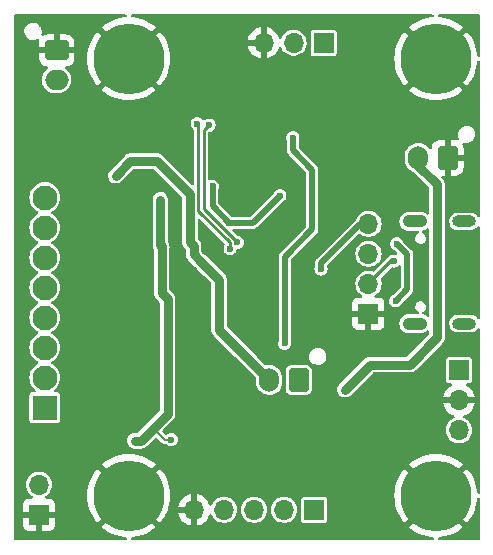
<source format=gbr>
G04 #@! TF.GenerationSoftware,KiCad,Pcbnew,7.0.3-24-g09febce4ce*
G04 #@! TF.CreationDate,2023-05-24T02:24:53-07:00*
G04 #@! TF.ProjectId,t962,74393632-2e6b-4696-9361-645f70636258,2.0*
G04 #@! TF.SameCoordinates,Original*
G04 #@! TF.FileFunction,Copper,L2,Bot*
G04 #@! TF.FilePolarity,Positive*
%FSLAX46Y46*%
G04 Gerber Fmt 4.6, Leading zero omitted, Abs format (unit mm)*
G04 Created by KiCad (PCBNEW 7.0.3-24-g09febce4ce) date 2023-05-24 02:24:53*
%MOMM*%
%LPD*%
G01*
G04 APERTURE LIST*
G04 Aperture macros list*
%AMRoundRect*
0 Rectangle with rounded corners*
0 $1 Rounding radius*
0 $2 $3 $4 $5 $6 $7 $8 $9 X,Y pos of 4 corners*
0 Add a 4 corners polygon primitive as box body*
4,1,4,$2,$3,$4,$5,$6,$7,$8,$9,$2,$3,0*
0 Add four circle primitives for the rounded corners*
1,1,$1+$1,$2,$3*
1,1,$1+$1,$4,$5*
1,1,$1+$1,$6,$7*
1,1,$1+$1,$8,$9*
0 Add four rect primitives between the rounded corners*
20,1,$1+$1,$2,$3,$4,$5,0*
20,1,$1+$1,$4,$5,$6,$7,0*
20,1,$1+$1,$6,$7,$8,$9,0*
20,1,$1+$1,$8,$9,$2,$3,0*%
G04 Aperture macros list end*
G04 #@! TA.AperFunction,ComponentPad*
%ADD10RoundRect,0.250000X0.600000X0.750000X-0.600000X0.750000X-0.600000X-0.750000X0.600000X-0.750000X0*%
G04 #@! TD*
G04 #@! TA.AperFunction,ComponentPad*
%ADD11O,1.700000X2.000000*%
G04 #@! TD*
G04 #@! TA.AperFunction,ComponentPad*
%ADD12RoundRect,0.250000X-0.750000X0.600000X-0.750000X-0.600000X0.750000X-0.600000X0.750000X0.600000X0*%
G04 #@! TD*
G04 #@! TA.AperFunction,ComponentPad*
%ADD13O,2.000000X1.700000*%
G04 #@! TD*
G04 #@! TA.AperFunction,ComponentPad*
%ADD14O,2.100000X1.050000*%
G04 #@! TD*
G04 #@! TA.AperFunction,ComponentPad*
%ADD15O,2.000000X1.000000*%
G04 #@! TD*
G04 #@! TA.AperFunction,ComponentPad*
%ADD16R,1.700000X1.700000*%
G04 #@! TD*
G04 #@! TA.AperFunction,ComponentPad*
%ADD17O,1.700000X1.700000*%
G04 #@! TD*
G04 #@! TA.AperFunction,ComponentPad*
%ADD18R,2.100000X2.100000*%
G04 #@! TD*
G04 #@! TA.AperFunction,ComponentPad*
%ADD19C,2.100000*%
G04 #@! TD*
G04 #@! TA.AperFunction,ComponentPad*
%ADD20C,6.000000*%
G04 #@! TD*
G04 #@! TA.AperFunction,ViaPad*
%ADD21C,0.600000*%
G04 #@! TD*
G04 #@! TA.AperFunction,Conductor*
%ADD22C,0.800000*%
G04 #@! TD*
G04 #@! TA.AperFunction,Conductor*
%ADD23C,0.250000*%
G04 #@! TD*
G04 #@! TA.AperFunction,Conductor*
%ADD24C,0.500000*%
G04 #@! TD*
G04 #@! TA.AperFunction,Conductor*
%ADD25C,0.200000*%
G04 #@! TD*
G04 #@! TA.AperFunction,Conductor*
%ADD26C,0.300000*%
G04 #@! TD*
G04 APERTURE END LIST*
D10*
X164900000Y-43500000D03*
D11*
X162400000Y-43500000D03*
X149800000Y-62300000D03*
D10*
X152300000Y-62300000D03*
D12*
X131800000Y-34400000D03*
D13*
X131800000Y-36900000D03*
D14*
X162120000Y-57520000D03*
D15*
X166300000Y-57520000D03*
D14*
X162120000Y-48880000D03*
D15*
X166300000Y-48880000D03*
D16*
X165862000Y-61468000D03*
D17*
X165862000Y-64008000D03*
X165862000Y-66548000D03*
D16*
X130300000Y-73700000D03*
D17*
X130300000Y-71160000D03*
D18*
X130800000Y-64640000D03*
D19*
X130800000Y-62100000D03*
X130800000Y-59560000D03*
X130800000Y-57020000D03*
X130800000Y-54480000D03*
X130800000Y-51940000D03*
X130800000Y-49400000D03*
X130800000Y-46860000D03*
D20*
X137900000Y-72100000D03*
X163900000Y-72100000D03*
X137900000Y-35100000D03*
X163900000Y-35100000D03*
D16*
X154400000Y-33750000D03*
D17*
X151860000Y-33750000D03*
X149320000Y-33750000D03*
D16*
X158200000Y-56700000D03*
D17*
X158200000Y-54160000D03*
X158200000Y-51620000D03*
X158200000Y-49080000D03*
D16*
X153600000Y-73300000D03*
D17*
X151060000Y-73300000D03*
X148520000Y-73300000D03*
X145980000Y-73300000D03*
X143440000Y-73300000D03*
D21*
X150400000Y-36650000D03*
X154250000Y-48950000D03*
X148000000Y-75500000D03*
X159700000Y-60100000D03*
X157500000Y-44450000D03*
X151100000Y-59200000D03*
X144350000Y-55350000D03*
X154175500Y-52900000D03*
X167200000Y-50300000D03*
X167200000Y-56100000D03*
X165200000Y-50200000D03*
X165200000Y-56100000D03*
X162900000Y-54900000D03*
X162900000Y-51700000D03*
X155150000Y-55000000D03*
X129100000Y-60850000D03*
X129100000Y-55750000D03*
X129050000Y-50700000D03*
X128900000Y-67100000D03*
X149850000Y-71100000D03*
X155450000Y-75350000D03*
X130500000Y-39100000D03*
X133050000Y-38850000D03*
X140250000Y-41100000D03*
X147100000Y-36550000D03*
X148550000Y-42450000D03*
X147750000Y-44450000D03*
X155750000Y-62000000D03*
X144650000Y-63350000D03*
X132850000Y-49850000D03*
X151550000Y-39150000D03*
X156100000Y-31900000D03*
X146500000Y-31700000D03*
X141891041Y-31790637D03*
X136200000Y-42300000D03*
X132550000Y-55700000D03*
X137150000Y-62000000D03*
X132550000Y-61000000D03*
X160650000Y-64200000D03*
X162250000Y-59050000D03*
X164150000Y-60550000D03*
X160200000Y-47500000D03*
X162700000Y-47300000D03*
X167100000Y-47100000D03*
X166800000Y-59100000D03*
X149700000Y-64500000D03*
X142750000Y-44600000D03*
X142962774Y-41975061D03*
X145900000Y-46600000D03*
X144900500Y-59724393D03*
X156200000Y-63124451D03*
X155100000Y-46400000D03*
X152600000Y-45700000D03*
X146800000Y-57400000D03*
X150000000Y-57100000D03*
X150000000Y-60400000D03*
X152300000Y-60200000D03*
X152600000Y-55100000D03*
X154800000Y-50200000D03*
X146600000Y-61000000D03*
X144400000Y-51400000D03*
X146800000Y-54800000D03*
X144691785Y-40723973D03*
X147100000Y-50650000D03*
X143700000Y-40600000D03*
X146488000Y-51187033D03*
X150700000Y-46700000D03*
X146400000Y-49000000D03*
X145000000Y-45900000D03*
X141200000Y-55450002D03*
X138400000Y-67450000D03*
X141200000Y-61450016D03*
X141199972Y-62750000D03*
X141200000Y-56823497D03*
X140686285Y-50986285D03*
X141500000Y-67350002D03*
X140581383Y-47050000D03*
X160751019Y-49723240D03*
X160590479Y-50764075D03*
X160500000Y-55600000D03*
X156550000Y-52900000D03*
X160366955Y-52235500D03*
X135400000Y-49700000D03*
X139800000Y-58100000D03*
X139500000Y-63400000D03*
X135500000Y-54600000D03*
X142299311Y-51399311D03*
X149800000Y-41700000D03*
X157500000Y-39379990D03*
X144681609Y-65513445D03*
X139371416Y-51602802D03*
X139200000Y-47400000D03*
X137000000Y-41100000D03*
X135600000Y-66500000D03*
X135400000Y-60700000D03*
X150900000Y-69600000D03*
X158700000Y-62225000D03*
X158700000Y-68775000D03*
X134675000Y-45475000D03*
X155700000Y-65000000D03*
X142049500Y-46936993D03*
X142950000Y-57925000D03*
X143000000Y-63950000D03*
X145375000Y-68475000D03*
X136800000Y-45000000D03*
X151800000Y-41800000D03*
D22*
X162400000Y-43500000D02*
X162400000Y-44150000D01*
X164000000Y-58700000D02*
X161700000Y-61000000D01*
X162400000Y-44150000D02*
X164000000Y-45750000D01*
X164000000Y-45750000D02*
X164000000Y-58700000D01*
X161700000Y-61000000D02*
X158324451Y-61000000D01*
X158324451Y-61000000D02*
X156200000Y-63124451D01*
D23*
X146488000Y-51187033D02*
X146475000Y-51174033D01*
X146475000Y-51174033D02*
X146475000Y-50661396D01*
X146475000Y-50661396D02*
X143800000Y-47986396D01*
X143800000Y-40700000D02*
X143700000Y-40600000D01*
X143800000Y-47986396D02*
X143800000Y-40700000D01*
X147100000Y-50650000D02*
X144250000Y-47800000D01*
X144250000Y-47800000D02*
X144250000Y-41165758D01*
X144250000Y-41165758D02*
X144691785Y-40723973D01*
D24*
X151100000Y-59200000D02*
X151100000Y-51900000D01*
X153450000Y-44502953D02*
X151800000Y-42852953D01*
X151100000Y-51900000D02*
X153450000Y-49550000D01*
X153450000Y-49550000D02*
X153450000Y-44502953D01*
X151800000Y-42852953D02*
X151800000Y-41800000D01*
X154175500Y-52900000D02*
X154175500Y-52424500D01*
X154175500Y-52424500D02*
X157520000Y-49080000D01*
X157520000Y-49080000D02*
X158200000Y-49080000D01*
D22*
X136800000Y-45000000D02*
X138050000Y-43750000D01*
X138050000Y-43750000D02*
X140276721Y-43750000D01*
X145550000Y-53800000D02*
X145550000Y-58050000D01*
X140276721Y-43750000D02*
X143075000Y-46548279D01*
X143075000Y-46548279D02*
X143075000Y-50625689D01*
X144050000Y-52300000D02*
X145550000Y-53800000D01*
X143075000Y-50625689D02*
X143400000Y-50950689D01*
X143400000Y-50950689D02*
X143400000Y-51672793D01*
X143400000Y-51672793D02*
X144027207Y-52300000D01*
X144027207Y-52300000D02*
X144050000Y-52300000D01*
X145550000Y-58050000D02*
X149800000Y-62300000D01*
X141199972Y-65200028D02*
X138950000Y-67450000D01*
X138950000Y-67450000D02*
X138400000Y-67450000D01*
D25*
X138950000Y-67450000D02*
X140100000Y-66300000D01*
D22*
X141199972Y-62750000D02*
X141199972Y-65200028D01*
X141199972Y-61450044D02*
X141200000Y-61450016D01*
X141199972Y-62750000D02*
X141199972Y-61450044D01*
X141200000Y-61450016D02*
X141200000Y-56823497D01*
X141200000Y-56823497D02*
X141200000Y-55450002D01*
X140581383Y-47050000D02*
X140581383Y-50881383D01*
X140581383Y-50881383D02*
X140686285Y-50986285D01*
X141200000Y-55450002D02*
X140700000Y-54950002D01*
X140700000Y-54950002D02*
X140700000Y-51000000D01*
X140700000Y-51000000D02*
X140686285Y-50986285D01*
D24*
X143125000Y-49838173D02*
X143125000Y-46475000D01*
X143149311Y-49862484D02*
X143125000Y-49838173D01*
X162900000Y-51700000D02*
X162727779Y-51700000D01*
X162727779Y-51700000D02*
X160751019Y-49723240D01*
X148400000Y-49000000D02*
X150700000Y-46700000D01*
X146400000Y-49000000D02*
X148400000Y-49000000D01*
X145000000Y-47600000D02*
X146400000Y-49000000D01*
X145000000Y-45900000D02*
X145000000Y-47600000D01*
D25*
X140100000Y-66515687D02*
X140100000Y-66300000D01*
X140934315Y-67350002D02*
X140100000Y-66515687D01*
X141500000Y-67350002D02*
X140934315Y-67350002D01*
X140100000Y-66300000D02*
X141199972Y-65200028D01*
D24*
X160500000Y-55600000D02*
X161500000Y-54600000D01*
X161500000Y-54600000D02*
X161500000Y-51673596D01*
X161500000Y-51673596D02*
X160590479Y-50764075D01*
D26*
X160124500Y-52235500D02*
X158200000Y-54160000D01*
X160366955Y-52235500D02*
X160124500Y-52235500D01*
G04 #@! TA.AperFunction,Conductor*
G36*
X137672614Y-31370502D02*
G01*
X137719107Y-31424158D01*
X137729211Y-31494432D01*
X137699717Y-31559012D01*
X137639991Y-31597396D01*
X137611087Y-31602327D01*
X137532817Y-31606428D01*
X137169646Y-31663948D01*
X136814489Y-31759112D01*
X136814476Y-31759116D01*
X136471219Y-31890880D01*
X136471211Y-31890884D01*
X136143602Y-32057809D01*
X136143596Y-32057812D01*
X135835227Y-32258068D01*
X135835222Y-32258072D01*
X135604287Y-32445078D01*
X137033538Y-33874329D01*
X136975523Y-33912232D01*
X136792632Y-34080596D01*
X136673914Y-34233123D01*
X135245078Y-32804287D01*
X135058072Y-33035222D01*
X135058068Y-33035227D01*
X134857812Y-33343596D01*
X134857809Y-33343602D01*
X134690884Y-33671211D01*
X134690880Y-33671219D01*
X134559116Y-34014476D01*
X134559112Y-34014489D01*
X134463948Y-34369646D01*
X134406428Y-34732817D01*
X134387186Y-35099992D01*
X134387186Y-35100007D01*
X134406428Y-35467182D01*
X134463948Y-35830353D01*
X134559112Y-36185510D01*
X134559116Y-36185523D01*
X134690880Y-36528780D01*
X134690884Y-36528788D01*
X134857809Y-36856397D01*
X134857812Y-36856403D01*
X135058077Y-37164784D01*
X135058081Y-37164789D01*
X135245077Y-37395710D01*
X135245078Y-37395711D01*
X136673913Y-35966875D01*
X136792632Y-36119404D01*
X136975523Y-36287768D01*
X137033537Y-36325670D01*
X135604287Y-37754920D01*
X135604288Y-37754921D01*
X135835210Y-37941918D01*
X135835215Y-37941922D01*
X136143596Y-38142187D01*
X136143602Y-38142190D01*
X136471211Y-38309115D01*
X136471219Y-38309119D01*
X136814476Y-38440883D01*
X136814489Y-38440887D01*
X137169646Y-38536051D01*
X137532817Y-38593571D01*
X137899993Y-38612814D01*
X137900007Y-38612814D01*
X138267182Y-38593571D01*
X138630353Y-38536051D01*
X138985510Y-38440887D01*
X138985523Y-38440883D01*
X139328780Y-38309119D01*
X139328788Y-38309115D01*
X139656397Y-38142190D01*
X139656403Y-38142187D01*
X139964782Y-37941924D01*
X140195711Y-37754920D01*
X138766461Y-36325670D01*
X138824477Y-36287768D01*
X139007368Y-36119404D01*
X139126085Y-35966876D01*
X140554920Y-37395711D01*
X140741924Y-37164782D01*
X140942187Y-36856403D01*
X140942190Y-36856397D01*
X141109115Y-36528788D01*
X141109119Y-36528780D01*
X141240883Y-36185523D01*
X141240887Y-36185510D01*
X141336051Y-35830353D01*
X141393571Y-35467182D01*
X141412814Y-35100007D01*
X141412814Y-35099992D01*
X141393571Y-34732817D01*
X141336051Y-34369646D01*
X141240887Y-34014489D01*
X141240883Y-34014476D01*
X141236862Y-34004000D01*
X147983455Y-34004000D01*
X148031176Y-34192449D01*
X148031179Y-34192456D01*
X148121580Y-34398548D01*
X148244674Y-34586958D01*
X148397097Y-34752534D01*
X148574698Y-34890767D01*
X148574699Y-34890768D01*
X148772628Y-34997882D01*
X148772630Y-34997883D01*
X148985483Y-35070955D01*
X148985492Y-35070957D01*
X149066000Y-35084391D01*
X149066000Y-34183674D01*
X149177685Y-34234680D01*
X149284237Y-34250000D01*
X149355763Y-34250000D01*
X149462315Y-34234680D01*
X149574000Y-34183674D01*
X149574000Y-35084390D01*
X149654507Y-35070957D01*
X149654516Y-35070955D01*
X149867369Y-34997883D01*
X149867371Y-34997882D01*
X150065300Y-34890768D01*
X150065301Y-34890767D01*
X150242902Y-34752534D01*
X150395325Y-34586958D01*
X150518419Y-34398548D01*
X150610916Y-34187680D01*
X150612538Y-34188391D01*
X150649051Y-34136816D01*
X150714889Y-34110248D01*
X150784640Y-34123492D01*
X150836157Y-34172343D01*
X150840002Y-34179481D01*
X150916908Y-34333930D01*
X150916912Y-34333935D01*
X151040266Y-34497284D01*
X151191536Y-34635185D01*
X151365566Y-34742940D01*
X151365568Y-34742940D01*
X151365573Y-34742944D01*
X151556444Y-34816888D01*
X151757653Y-34854500D01*
X151757655Y-34854500D01*
X151962345Y-34854500D01*
X151962347Y-34854500D01*
X152163556Y-34816888D01*
X152354427Y-34742944D01*
X152528462Y-34635186D01*
X152539566Y-34625063D01*
X153295500Y-34625063D01*
X153295501Y-34625073D01*
X153310265Y-34699300D01*
X153366516Y-34783484D01*
X153450697Y-34839733D01*
X153450699Y-34839734D01*
X153524933Y-34854500D01*
X155275066Y-34854499D01*
X155275069Y-34854498D01*
X155275073Y-34854498D01*
X155324326Y-34844701D01*
X155349301Y-34839734D01*
X155433484Y-34783484D01*
X155489734Y-34699301D01*
X155504500Y-34625067D01*
X155504499Y-32874934D01*
X155504498Y-32874930D01*
X155504498Y-32874926D01*
X155489734Y-32800699D01*
X155433483Y-32716515D01*
X155349302Y-32660266D01*
X155275067Y-32645500D01*
X153524936Y-32645500D01*
X153524926Y-32645501D01*
X153450699Y-32660265D01*
X153366515Y-32716516D01*
X153310266Y-32800697D01*
X153295500Y-32874930D01*
X153295500Y-34625063D01*
X152539566Y-34625063D01*
X152679732Y-34497285D01*
X152803088Y-34333935D01*
X152894328Y-34150701D01*
X152950345Y-33953821D01*
X152956640Y-33885880D01*
X152969232Y-33750004D01*
X152969232Y-33749995D01*
X152950345Y-33546180D01*
X152936068Y-33496000D01*
X152894328Y-33349299D01*
X152803088Y-33166065D01*
X152745730Y-33090110D01*
X152679733Y-33002715D01*
X152528463Y-32864814D01*
X152354433Y-32757059D01*
X152354428Y-32757057D01*
X152354427Y-32757056D01*
X152329670Y-32747465D01*
X152163559Y-32683113D01*
X152163560Y-32683113D01*
X152163557Y-32683112D01*
X152163556Y-32683112D01*
X151962347Y-32645500D01*
X151757653Y-32645500D01*
X151556444Y-32683112D01*
X151556439Y-32683113D01*
X151365577Y-32757054D01*
X151365566Y-32757059D01*
X151191536Y-32864814D01*
X151040266Y-33002715D01*
X150916912Y-33166064D01*
X150916908Y-33166069D01*
X150840002Y-33320518D01*
X150791733Y-33372582D01*
X150722979Y-33390284D01*
X150655568Y-33368004D01*
X150610905Y-33312817D01*
X150609432Y-33308938D01*
X150518419Y-33101451D01*
X150395325Y-32913041D01*
X150242902Y-32747465D01*
X150065301Y-32609232D01*
X150065300Y-32609231D01*
X149867371Y-32502117D01*
X149867369Y-32502116D01*
X149654512Y-32429043D01*
X149654501Y-32429040D01*
X149574000Y-32415606D01*
X149574000Y-33316325D01*
X149462315Y-33265320D01*
X149355763Y-33250000D01*
X149284237Y-33250000D01*
X149177685Y-33265320D01*
X149066000Y-33316325D01*
X149066000Y-32415606D01*
X149065999Y-32415606D01*
X148985498Y-32429040D01*
X148985487Y-32429043D01*
X148772630Y-32502116D01*
X148772628Y-32502117D01*
X148574699Y-32609231D01*
X148574698Y-32609232D01*
X148397097Y-32747465D01*
X148244674Y-32913041D01*
X148121580Y-33101451D01*
X148031179Y-33307543D01*
X148031176Y-33307550D01*
X147983455Y-33495999D01*
X147983456Y-33496000D01*
X148888884Y-33496000D01*
X148860507Y-33540156D01*
X148820000Y-33678111D01*
X148820000Y-33821889D01*
X148860507Y-33959844D01*
X148888884Y-34004000D01*
X147983455Y-34004000D01*
X141236862Y-34004000D01*
X141109119Y-33671219D01*
X141109115Y-33671211D01*
X140942190Y-33343602D01*
X140942187Y-33343596D01*
X140741922Y-33035215D01*
X140741918Y-33035210D01*
X140554921Y-32804288D01*
X140554920Y-32804287D01*
X139126084Y-34233122D01*
X139007368Y-34080596D01*
X138824477Y-33912232D01*
X138766461Y-33874328D01*
X140195711Y-32445078D01*
X140195710Y-32445077D01*
X139964789Y-32258081D01*
X139964784Y-32258077D01*
X139656403Y-32057812D01*
X139656397Y-32057809D01*
X139328788Y-31890884D01*
X139328780Y-31890880D01*
X138985523Y-31759116D01*
X138985510Y-31759112D01*
X138630353Y-31663948D01*
X138267182Y-31606428D01*
X138188913Y-31602327D01*
X138121932Y-31578787D01*
X138078311Y-31522772D01*
X138071899Y-31452066D01*
X138104731Y-31389117D01*
X138166385Y-31353912D01*
X138195507Y-31350500D01*
X163604493Y-31350500D01*
X163672614Y-31370502D01*
X163719107Y-31424158D01*
X163729211Y-31494432D01*
X163699717Y-31559012D01*
X163639991Y-31597396D01*
X163611087Y-31602327D01*
X163532817Y-31606428D01*
X163169646Y-31663948D01*
X162814489Y-31759112D01*
X162814476Y-31759116D01*
X162471219Y-31890880D01*
X162471211Y-31890884D01*
X162143602Y-32057809D01*
X162143596Y-32057812D01*
X161835227Y-32258068D01*
X161835222Y-32258072D01*
X161604287Y-32445078D01*
X163033538Y-33874329D01*
X162975523Y-33912232D01*
X162792632Y-34080596D01*
X162673914Y-34233123D01*
X161245078Y-32804287D01*
X161058072Y-33035222D01*
X161058068Y-33035227D01*
X160857812Y-33343596D01*
X160857809Y-33343602D01*
X160690884Y-33671211D01*
X160690880Y-33671219D01*
X160559116Y-34014476D01*
X160559112Y-34014489D01*
X160463948Y-34369646D01*
X160406428Y-34732817D01*
X160387186Y-35099992D01*
X160387186Y-35100007D01*
X160406428Y-35467182D01*
X160463948Y-35830353D01*
X160559112Y-36185510D01*
X160559116Y-36185523D01*
X160690880Y-36528780D01*
X160690884Y-36528788D01*
X160857809Y-36856397D01*
X160857812Y-36856403D01*
X161058077Y-37164784D01*
X161058081Y-37164789D01*
X161245077Y-37395710D01*
X161245078Y-37395711D01*
X162673913Y-35966875D01*
X162792632Y-36119404D01*
X162975523Y-36287768D01*
X163033537Y-36325670D01*
X161604287Y-37754920D01*
X161604288Y-37754921D01*
X161835210Y-37941918D01*
X161835215Y-37941922D01*
X162143596Y-38142187D01*
X162143602Y-38142190D01*
X162471211Y-38309115D01*
X162471219Y-38309119D01*
X162814476Y-38440883D01*
X162814489Y-38440887D01*
X163169646Y-38536051D01*
X163532817Y-38593571D01*
X163899993Y-38612814D01*
X163900007Y-38612814D01*
X164267182Y-38593571D01*
X164630353Y-38536051D01*
X164985510Y-38440887D01*
X164985523Y-38440883D01*
X165328780Y-38309119D01*
X165328788Y-38309115D01*
X165656397Y-38142190D01*
X165656403Y-38142187D01*
X165964782Y-37941924D01*
X166195711Y-37754920D01*
X164766461Y-36325670D01*
X164824477Y-36287768D01*
X165007368Y-36119404D01*
X165126085Y-35966876D01*
X166554920Y-37395711D01*
X166741924Y-37164782D01*
X166942187Y-36856403D01*
X166942190Y-36856397D01*
X167109115Y-36528788D01*
X167109119Y-36528780D01*
X167240883Y-36185523D01*
X167240887Y-36185510D01*
X167336051Y-35830353D01*
X167393571Y-35467182D01*
X167397673Y-35388912D01*
X167421212Y-35321931D01*
X167477228Y-35278310D01*
X167547934Y-35271898D01*
X167610883Y-35304730D01*
X167646088Y-35366384D01*
X167649500Y-35395506D01*
X167649500Y-48377347D01*
X167629498Y-48445468D01*
X167575842Y-48491961D01*
X167505568Y-48502065D01*
X167440988Y-48472571D01*
X167422433Y-48452589D01*
X167352539Y-48358706D01*
X167217428Y-48245333D01*
X167059811Y-48166176D01*
X167059810Y-48166176D01*
X166888188Y-48125500D01*
X165756059Y-48125500D01*
X165756056Y-48125500D01*
X165624816Y-48140839D01*
X165624814Y-48140840D01*
X165459080Y-48201162D01*
X165459073Y-48201165D01*
X165311714Y-48298085D01*
X165190679Y-48426375D01*
X165190676Y-48426379D01*
X165102492Y-48579118D01*
X165102490Y-48579124D01*
X165051905Y-48748091D01*
X165041649Y-48924169D01*
X165069127Y-49080004D01*
X165072278Y-49097870D01*
X165072278Y-49097871D01*
X165142134Y-49259815D01*
X165142136Y-49259819D01*
X165247460Y-49401293D01*
X165382571Y-49514666D01*
X165382573Y-49514667D01*
X165540189Y-49593824D01*
X165711812Y-49634500D01*
X165711814Y-49634500D01*
X166843944Y-49634500D01*
X166942373Y-49622995D01*
X166975184Y-49619160D01*
X167140924Y-49558836D01*
X167288285Y-49461915D01*
X167409322Y-49333623D01*
X167414380Y-49324861D01*
X167465761Y-49275868D01*
X167535475Y-49262430D01*
X167601386Y-49288816D01*
X167642569Y-49346647D01*
X167649500Y-49387860D01*
X167649500Y-57017347D01*
X167629498Y-57085468D01*
X167575842Y-57131961D01*
X167505568Y-57142065D01*
X167440988Y-57112571D01*
X167422433Y-57092589D01*
X167352539Y-56998706D01*
X167217428Y-56885333D01*
X167059811Y-56806176D01*
X166888188Y-56765500D01*
X165756059Y-56765500D01*
X165756056Y-56765500D01*
X165624816Y-56780839D01*
X165624814Y-56780840D01*
X165459080Y-56841162D01*
X165459073Y-56841165D01*
X165311714Y-56938085D01*
X165190679Y-57066375D01*
X165190676Y-57066379D01*
X165102492Y-57219118D01*
X165102490Y-57219124D01*
X165051905Y-57388091D01*
X165041649Y-57564169D01*
X165070309Y-57726707D01*
X165072278Y-57737870D01*
X165072278Y-57737871D01*
X165142134Y-57899815D01*
X165142136Y-57899819D01*
X165247460Y-58041293D01*
X165382571Y-58154666D01*
X165382573Y-58154667D01*
X165540189Y-58233824D01*
X165711812Y-58274500D01*
X165711814Y-58274500D01*
X166843944Y-58274500D01*
X166948884Y-58262234D01*
X166975184Y-58259160D01*
X167140924Y-58198836D01*
X167288285Y-58101915D01*
X167409322Y-57973623D01*
X167414380Y-57964861D01*
X167465761Y-57915868D01*
X167535475Y-57902430D01*
X167601386Y-57928816D01*
X167642569Y-57986647D01*
X167649500Y-58027860D01*
X167649500Y-71804493D01*
X167629498Y-71872614D01*
X167575842Y-71919107D01*
X167505568Y-71929211D01*
X167440988Y-71899717D01*
X167402604Y-71839991D01*
X167397673Y-71811087D01*
X167393571Y-71732817D01*
X167336051Y-71369646D01*
X167240887Y-71014489D01*
X167240883Y-71014476D01*
X167109119Y-70671219D01*
X167109115Y-70671211D01*
X166942190Y-70343602D01*
X166942187Y-70343596D01*
X166741922Y-70035215D01*
X166741918Y-70035210D01*
X166554921Y-69804288D01*
X166554920Y-69804287D01*
X165126084Y-71233122D01*
X165007368Y-71080596D01*
X164824477Y-70912232D01*
X164766461Y-70874328D01*
X166195711Y-69445078D01*
X166195710Y-69445077D01*
X165964789Y-69258081D01*
X165964784Y-69258077D01*
X165656403Y-69057812D01*
X165656397Y-69057809D01*
X165328788Y-68890884D01*
X165328780Y-68890880D01*
X164985523Y-68759116D01*
X164985510Y-68759112D01*
X164630353Y-68663948D01*
X164267182Y-68606428D01*
X163900007Y-68587186D01*
X163899993Y-68587186D01*
X163532817Y-68606428D01*
X163169646Y-68663948D01*
X162814489Y-68759112D01*
X162814476Y-68759116D01*
X162471219Y-68890880D01*
X162471211Y-68890884D01*
X162143602Y-69057809D01*
X162143596Y-69057812D01*
X161835227Y-69258068D01*
X161835222Y-69258072D01*
X161604287Y-69445078D01*
X163033538Y-70874329D01*
X162975523Y-70912232D01*
X162792632Y-71080596D01*
X162673914Y-71233123D01*
X161245078Y-69804287D01*
X161058072Y-70035222D01*
X161058068Y-70035227D01*
X160857812Y-70343596D01*
X160857809Y-70343602D01*
X160690884Y-70671211D01*
X160690880Y-70671219D01*
X160559116Y-71014476D01*
X160559112Y-71014489D01*
X160463948Y-71369646D01*
X160406428Y-71732817D01*
X160387186Y-72099992D01*
X160387186Y-72100007D01*
X160406428Y-72467182D01*
X160463948Y-72830353D01*
X160559112Y-73185510D01*
X160559116Y-73185523D01*
X160690880Y-73528780D01*
X160690884Y-73528788D01*
X160857809Y-73856397D01*
X160857812Y-73856403D01*
X161058077Y-74164784D01*
X161058081Y-74164789D01*
X161245077Y-74395710D01*
X161245078Y-74395711D01*
X162673913Y-72966875D01*
X162792632Y-73119404D01*
X162975523Y-73287768D01*
X163033537Y-73325670D01*
X161604287Y-74754920D01*
X161604288Y-74754921D01*
X161835210Y-74941918D01*
X161835215Y-74941922D01*
X162143596Y-75142187D01*
X162143602Y-75142190D01*
X162471211Y-75309115D01*
X162471219Y-75309119D01*
X162814476Y-75440883D01*
X162814489Y-75440887D01*
X163169646Y-75536051D01*
X163532817Y-75593571D01*
X163611087Y-75597673D01*
X163678068Y-75621213D01*
X163721689Y-75677228D01*
X163728101Y-75747934D01*
X163695269Y-75810883D01*
X163633615Y-75846088D01*
X163604493Y-75849500D01*
X138195507Y-75849500D01*
X138127386Y-75829498D01*
X138080893Y-75775842D01*
X138070789Y-75705568D01*
X138100283Y-75640988D01*
X138160009Y-75602604D01*
X138188913Y-75597673D01*
X138267182Y-75593571D01*
X138630353Y-75536051D01*
X138985510Y-75440887D01*
X138985523Y-75440883D01*
X139328780Y-75309119D01*
X139328788Y-75309115D01*
X139656397Y-75142190D01*
X139656403Y-75142187D01*
X139964782Y-74941924D01*
X140195711Y-74754920D01*
X138766461Y-73325670D01*
X138824477Y-73287768D01*
X139007368Y-73119404D01*
X139126085Y-72966876D01*
X140554920Y-74395711D01*
X140741924Y-74164782D01*
X140942187Y-73856403D01*
X140942190Y-73856397D01*
X141096269Y-73554000D01*
X142103455Y-73554000D01*
X142151176Y-73742449D01*
X142151179Y-73742456D01*
X142241580Y-73948548D01*
X142364674Y-74136958D01*
X142517097Y-74302534D01*
X142694698Y-74440767D01*
X142694699Y-74440768D01*
X142892628Y-74547882D01*
X142892630Y-74547883D01*
X143105483Y-74620955D01*
X143105492Y-74620957D01*
X143186000Y-74634391D01*
X143186000Y-73733674D01*
X143297685Y-73784680D01*
X143404237Y-73800000D01*
X143475763Y-73800000D01*
X143582315Y-73784680D01*
X143694000Y-73733674D01*
X143694000Y-74634390D01*
X143774507Y-74620957D01*
X143774516Y-74620955D01*
X143987369Y-74547883D01*
X143987371Y-74547882D01*
X144185300Y-74440768D01*
X144185301Y-74440767D01*
X144362902Y-74302534D01*
X144515325Y-74136958D01*
X144638419Y-73948548D01*
X144730916Y-73737680D01*
X144732538Y-73738391D01*
X144769051Y-73686816D01*
X144834889Y-73660248D01*
X144904640Y-73673492D01*
X144956157Y-73722343D01*
X144960002Y-73729481D01*
X145036908Y-73883930D01*
X145036912Y-73883935D01*
X145160266Y-74047284D01*
X145311536Y-74185185D01*
X145485566Y-74292940D01*
X145485568Y-74292940D01*
X145485573Y-74292944D01*
X145676444Y-74366888D01*
X145877653Y-74404500D01*
X145877655Y-74404500D01*
X146082345Y-74404500D01*
X146082347Y-74404500D01*
X146283556Y-74366888D01*
X146474427Y-74292944D01*
X146648462Y-74185186D01*
X146799732Y-74047285D01*
X146923088Y-73883935D01*
X147014328Y-73700701D01*
X147070345Y-73503821D01*
X147077766Y-73423732D01*
X147089232Y-73300004D01*
X147410768Y-73300004D01*
X147429654Y-73503819D01*
X147443932Y-73554000D01*
X147485672Y-73700701D01*
X147576912Y-73883935D01*
X147576913Y-73883936D01*
X147700266Y-74047284D01*
X147851536Y-74185185D01*
X148025566Y-74292940D01*
X148025568Y-74292940D01*
X148025573Y-74292944D01*
X148216444Y-74366888D01*
X148417653Y-74404500D01*
X148417655Y-74404500D01*
X148622345Y-74404500D01*
X148622347Y-74404500D01*
X148823556Y-74366888D01*
X149014427Y-74292944D01*
X149188462Y-74185186D01*
X149339732Y-74047285D01*
X149463088Y-73883935D01*
X149554328Y-73700701D01*
X149610345Y-73503821D01*
X149617766Y-73423732D01*
X149629232Y-73300004D01*
X149950768Y-73300004D01*
X149969654Y-73503819D01*
X149983932Y-73554000D01*
X150025672Y-73700701D01*
X150116912Y-73883935D01*
X150116913Y-73883936D01*
X150240266Y-74047284D01*
X150391536Y-74185185D01*
X150565566Y-74292940D01*
X150565568Y-74292940D01*
X150565573Y-74292944D01*
X150756444Y-74366888D01*
X150957653Y-74404500D01*
X150957655Y-74404500D01*
X151162345Y-74404500D01*
X151162347Y-74404500D01*
X151363556Y-74366888D01*
X151554427Y-74292944D01*
X151728462Y-74185186D01*
X151739566Y-74175063D01*
X152495500Y-74175063D01*
X152495501Y-74175073D01*
X152510265Y-74249300D01*
X152566516Y-74333484D01*
X152650697Y-74389733D01*
X152650699Y-74389734D01*
X152724933Y-74404500D01*
X154475066Y-74404499D01*
X154475069Y-74404498D01*
X154475073Y-74404498D01*
X154524326Y-74394701D01*
X154549301Y-74389734D01*
X154633484Y-74333484D01*
X154689734Y-74249301D01*
X154704500Y-74175067D01*
X154704499Y-72424934D01*
X154704498Y-72424930D01*
X154704498Y-72424926D01*
X154689734Y-72350699D01*
X154670556Y-72321998D01*
X154633484Y-72266516D01*
X154583494Y-72233113D01*
X154549302Y-72210266D01*
X154475067Y-72195500D01*
X152724936Y-72195500D01*
X152724926Y-72195501D01*
X152650699Y-72210265D01*
X152566515Y-72266516D01*
X152510266Y-72350697D01*
X152495500Y-72424930D01*
X152495500Y-74175063D01*
X151739566Y-74175063D01*
X151879732Y-74047285D01*
X152003088Y-73883935D01*
X152094328Y-73700701D01*
X152150345Y-73503821D01*
X152157766Y-73423732D01*
X152169232Y-73300004D01*
X152169232Y-73299995D01*
X152150345Y-73096180D01*
X152136068Y-73046000D01*
X152094328Y-72899299D01*
X152003088Y-72716065D01*
X151954294Y-72651451D01*
X151879733Y-72552715D01*
X151728463Y-72414814D01*
X151554433Y-72307059D01*
X151554428Y-72307057D01*
X151554427Y-72307056D01*
X151454495Y-72268342D01*
X151363559Y-72233113D01*
X151363560Y-72233113D01*
X151363557Y-72233112D01*
X151363556Y-72233112D01*
X151162347Y-72195500D01*
X150957653Y-72195500D01*
X150763281Y-72231834D01*
X150756439Y-72233113D01*
X150565577Y-72307054D01*
X150565566Y-72307059D01*
X150391536Y-72414814D01*
X150240266Y-72552715D01*
X150116913Y-72716063D01*
X150025671Y-72899301D01*
X149969654Y-73096180D01*
X149950768Y-73299995D01*
X149950768Y-73300004D01*
X149629232Y-73300004D01*
X149629232Y-73299995D01*
X149610345Y-73096180D01*
X149596068Y-73046000D01*
X149554328Y-72899299D01*
X149463088Y-72716065D01*
X149414294Y-72651451D01*
X149339733Y-72552715D01*
X149188463Y-72414814D01*
X149014433Y-72307059D01*
X149014428Y-72307057D01*
X149014427Y-72307056D01*
X148914495Y-72268342D01*
X148823559Y-72233113D01*
X148823560Y-72233113D01*
X148823557Y-72233112D01*
X148823556Y-72233112D01*
X148622347Y-72195500D01*
X148417653Y-72195500D01*
X148223281Y-72231834D01*
X148216439Y-72233113D01*
X148025577Y-72307054D01*
X148025566Y-72307059D01*
X147851536Y-72414814D01*
X147700266Y-72552715D01*
X147576913Y-72716063D01*
X147485671Y-72899301D01*
X147429654Y-73096180D01*
X147410768Y-73299995D01*
X147410768Y-73300004D01*
X147089232Y-73300004D01*
X147089232Y-73299995D01*
X147070345Y-73096180D01*
X147056068Y-73046000D01*
X147014328Y-72899299D01*
X146923088Y-72716065D01*
X146874294Y-72651451D01*
X146799733Y-72552715D01*
X146648463Y-72414814D01*
X146474433Y-72307059D01*
X146474428Y-72307057D01*
X146474427Y-72307056D01*
X146374495Y-72268342D01*
X146283559Y-72233113D01*
X146283560Y-72233113D01*
X146283557Y-72233112D01*
X146283556Y-72233112D01*
X146082347Y-72195500D01*
X145877653Y-72195500D01*
X145683281Y-72231834D01*
X145676439Y-72233113D01*
X145485577Y-72307054D01*
X145485566Y-72307059D01*
X145311536Y-72414814D01*
X145160266Y-72552715D01*
X145036912Y-72716064D01*
X145036908Y-72716069D01*
X144960002Y-72870518D01*
X144911733Y-72922582D01*
X144842979Y-72940284D01*
X144775568Y-72918004D01*
X144730905Y-72862817D01*
X144729432Y-72858938D01*
X144638419Y-72651451D01*
X144515325Y-72463041D01*
X144362902Y-72297465D01*
X144185301Y-72159232D01*
X144185300Y-72159231D01*
X143987371Y-72052117D01*
X143987369Y-72052116D01*
X143774512Y-71979043D01*
X143774501Y-71979040D01*
X143694000Y-71965606D01*
X143694000Y-72866325D01*
X143582315Y-72815320D01*
X143475763Y-72800000D01*
X143404237Y-72800000D01*
X143297685Y-72815320D01*
X143186000Y-72866325D01*
X143186000Y-71965607D01*
X143185999Y-71965606D01*
X143105498Y-71979040D01*
X143105487Y-71979043D01*
X142892630Y-72052116D01*
X142892628Y-72052117D01*
X142694699Y-72159231D01*
X142694698Y-72159232D01*
X142517097Y-72297465D01*
X142364674Y-72463041D01*
X142241580Y-72651451D01*
X142151179Y-72857543D01*
X142151176Y-72857550D01*
X142103455Y-73045999D01*
X142103456Y-73046000D01*
X143008884Y-73046000D01*
X142980507Y-73090156D01*
X142940000Y-73228111D01*
X142940000Y-73371889D01*
X142980507Y-73509844D01*
X143008884Y-73554000D01*
X142103455Y-73554000D01*
X141096269Y-73554000D01*
X141109115Y-73528788D01*
X141109119Y-73528780D01*
X141240883Y-73185523D01*
X141240887Y-73185510D01*
X141336051Y-72830353D01*
X141393571Y-72467182D01*
X141412814Y-72100007D01*
X141412814Y-72099992D01*
X141393571Y-71732817D01*
X141336051Y-71369646D01*
X141240887Y-71014489D01*
X141240883Y-71014476D01*
X141109119Y-70671219D01*
X141109115Y-70671211D01*
X140942190Y-70343602D01*
X140942187Y-70343596D01*
X140741922Y-70035215D01*
X140741918Y-70035210D01*
X140554921Y-69804288D01*
X140554920Y-69804287D01*
X139126084Y-71233122D01*
X139007368Y-71080596D01*
X138824477Y-70912232D01*
X138766461Y-70874328D01*
X140195711Y-69445078D01*
X140195710Y-69445077D01*
X139964789Y-69258081D01*
X139964784Y-69258077D01*
X139656403Y-69057812D01*
X139656397Y-69057809D01*
X139328788Y-68890884D01*
X139328780Y-68890880D01*
X138985523Y-68759116D01*
X138985510Y-68759112D01*
X138630353Y-68663948D01*
X138267182Y-68606428D01*
X137900007Y-68587186D01*
X137899993Y-68587186D01*
X137532817Y-68606428D01*
X137169646Y-68663948D01*
X136814489Y-68759112D01*
X136814476Y-68759116D01*
X136471219Y-68890880D01*
X136471211Y-68890884D01*
X136143602Y-69057809D01*
X136143596Y-69057812D01*
X135835227Y-69258068D01*
X135835222Y-69258072D01*
X135604287Y-69445078D01*
X137033538Y-70874329D01*
X136975523Y-70912232D01*
X136792632Y-71080596D01*
X136673914Y-71233123D01*
X135245078Y-69804287D01*
X135058072Y-70035222D01*
X135058068Y-70035227D01*
X134857812Y-70343596D01*
X134857809Y-70343602D01*
X134690884Y-70671211D01*
X134690880Y-70671219D01*
X134559116Y-71014476D01*
X134559112Y-71014489D01*
X134463948Y-71369646D01*
X134406428Y-71732817D01*
X134387186Y-72099992D01*
X134387186Y-72100007D01*
X134406428Y-72467182D01*
X134463948Y-72830353D01*
X134559112Y-73185510D01*
X134559116Y-73185523D01*
X134690880Y-73528780D01*
X134690884Y-73528788D01*
X134857809Y-73856397D01*
X134857812Y-73856403D01*
X135058077Y-74164784D01*
X135058081Y-74164789D01*
X135245077Y-74395710D01*
X135245078Y-74395711D01*
X136673913Y-72966875D01*
X136792632Y-73119404D01*
X136975523Y-73287768D01*
X137033537Y-73325670D01*
X135604287Y-74754920D01*
X135604288Y-74754921D01*
X135835210Y-74941918D01*
X135835215Y-74941922D01*
X136143596Y-75142187D01*
X136143602Y-75142190D01*
X136471211Y-75309115D01*
X136471219Y-75309119D01*
X136814476Y-75440883D01*
X136814489Y-75440887D01*
X137169646Y-75536051D01*
X137532817Y-75593571D01*
X137611087Y-75597673D01*
X137678068Y-75621213D01*
X137721689Y-75677228D01*
X137728101Y-75747934D01*
X137695269Y-75810883D01*
X137633615Y-75846088D01*
X137604493Y-75849500D01*
X128276500Y-75849500D01*
X128208379Y-75829498D01*
X128161886Y-75775842D01*
X128150500Y-75723500D01*
X128150500Y-74598597D01*
X128942000Y-74598597D01*
X128948505Y-74659093D01*
X128999555Y-74795964D01*
X128999555Y-74795965D01*
X129087095Y-74912904D01*
X129204034Y-75000444D01*
X129340906Y-75051494D01*
X129401402Y-75057999D01*
X129401415Y-75058000D01*
X130046000Y-75058000D01*
X130046000Y-74133674D01*
X130157685Y-74184680D01*
X130264237Y-74200000D01*
X130335763Y-74200000D01*
X130442315Y-74184680D01*
X130553999Y-74133674D01*
X130554000Y-75058000D01*
X131198585Y-75058000D01*
X131198597Y-75057999D01*
X131259093Y-75051494D01*
X131395964Y-75000444D01*
X131395965Y-75000444D01*
X131512904Y-74912904D01*
X131600444Y-74795965D01*
X131600444Y-74795964D01*
X131651494Y-74659093D01*
X131657999Y-74598597D01*
X131658000Y-74598585D01*
X131658000Y-73954000D01*
X130731116Y-73954000D01*
X130759493Y-73909844D01*
X130800000Y-73771889D01*
X130800000Y-73628111D01*
X130759493Y-73490156D01*
X130731116Y-73446000D01*
X131658000Y-73446000D01*
X131658000Y-72801414D01*
X131657999Y-72801402D01*
X131651494Y-72740906D01*
X131600444Y-72604035D01*
X131600444Y-72604034D01*
X131512904Y-72487095D01*
X131395965Y-72399555D01*
X131259093Y-72348505D01*
X131198597Y-72342000D01*
X130931935Y-72342000D01*
X130863814Y-72321998D01*
X130817321Y-72268342D01*
X130807217Y-72198068D01*
X130836711Y-72133488D01*
X130865605Y-72108873D01*
X130957268Y-72052117D01*
X130968462Y-72045186D01*
X131119732Y-71907285D01*
X131243088Y-71743935D01*
X131334328Y-71560701D01*
X131390345Y-71363821D01*
X131409232Y-71160000D01*
X131390345Y-70956179D01*
X131334328Y-70759299D01*
X131243088Y-70576065D01*
X131202538Y-70522368D01*
X131119733Y-70412715D01*
X130968463Y-70274814D01*
X130794433Y-70167059D01*
X130794428Y-70167057D01*
X130794427Y-70167056D01*
X130603559Y-70093113D01*
X130603560Y-70093113D01*
X130603557Y-70093112D01*
X130603556Y-70093112D01*
X130402347Y-70055500D01*
X130197653Y-70055500D01*
X129996444Y-70093112D01*
X129996439Y-70093113D01*
X129805577Y-70167054D01*
X129805566Y-70167059D01*
X129631536Y-70274814D01*
X129480266Y-70412715D01*
X129356913Y-70576063D01*
X129265671Y-70759301D01*
X129209654Y-70956180D01*
X129190768Y-71159995D01*
X129190768Y-71160004D01*
X129209654Y-71363819D01*
X129209655Y-71363821D01*
X129265672Y-71560701D01*
X129356912Y-71743935D01*
X129356913Y-71743936D01*
X129480266Y-71907284D01*
X129631538Y-72045186D01*
X129631539Y-72045187D01*
X129734395Y-72108873D01*
X129781783Y-72161740D01*
X129793066Y-72231834D01*
X129764662Y-72296901D01*
X129705589Y-72336283D01*
X129668065Y-72342000D01*
X129401402Y-72342000D01*
X129340906Y-72348505D01*
X129204035Y-72399555D01*
X129204034Y-72399555D01*
X129087095Y-72487095D01*
X128999555Y-72604034D01*
X128999555Y-72604035D01*
X128948505Y-72740906D01*
X128942000Y-72801402D01*
X128942000Y-73446000D01*
X129868884Y-73446000D01*
X129840507Y-73490156D01*
X129800000Y-73628111D01*
X129800000Y-73771889D01*
X129840507Y-73909844D01*
X129868884Y-73954000D01*
X128942000Y-73954000D01*
X128942000Y-74598597D01*
X128150500Y-74598597D01*
X128150500Y-67408577D01*
X137741600Y-67408577D01*
X137751982Y-67573612D01*
X137751982Y-67573614D01*
X137803084Y-67730887D01*
X137803086Y-67730891D01*
X137891689Y-67870508D01*
X137891690Y-67870509D01*
X137891691Y-67870510D01*
X137998984Y-67971265D01*
X138012236Y-67983709D01*
X138012237Y-67983710D01*
X138157147Y-68063375D01*
X138157149Y-68063376D01*
X138305944Y-68101580D01*
X138317317Y-68104500D01*
X138863833Y-68104500D01*
X138879999Y-68106285D01*
X138880024Y-68106028D01*
X138887916Y-68106774D01*
X138887916Y-68106773D01*
X138887917Y-68106774D01*
X138903853Y-68106273D01*
X138959297Y-68104531D01*
X138961275Y-68104500D01*
X138991174Y-68104500D01*
X138991178Y-68104500D01*
X138998457Y-68103579D01*
X139004356Y-68103114D01*
X139053200Y-68101580D01*
X139073612Y-68095649D01*
X139092968Y-68091640D01*
X139114061Y-68088976D01*
X139159477Y-68070993D01*
X139165083Y-68069074D01*
X139211999Y-68055445D01*
X139230299Y-68044621D01*
X139248050Y-68035925D01*
X139267814Y-68028101D01*
X139307346Y-67999378D01*
X139312290Y-67996132D01*
X139354336Y-67971267D01*
X139369369Y-67956233D01*
X139384397Y-67943397D01*
X139401597Y-67930902D01*
X139432742Y-67893253D01*
X139436710Y-67888891D01*
X140115194Y-67210407D01*
X140177504Y-67176383D01*
X140248319Y-67181448D01*
X140293382Y-67210408D01*
X140648406Y-67565431D01*
X140664793Y-67585610D01*
X140669895Y-67593419D01*
X140696128Y-67613837D01*
X140701976Y-67619001D01*
X140704419Y-67621444D01*
X140704422Y-67621446D01*
X140704425Y-67621449D01*
X140721289Y-67633489D01*
X140723372Y-67635041D01*
X140763259Y-67666087D01*
X140763261Y-67666087D01*
X140769791Y-67669621D01*
X140776462Y-67672882D01*
X140776467Y-67672886D01*
X140807840Y-67682226D01*
X140824898Y-67687305D01*
X140827380Y-67688099D01*
X140875159Y-67704502D01*
X140875166Y-67704502D01*
X140882506Y-67705727D01*
X140889857Y-67706643D01*
X140889859Y-67706644D01*
X140889860Y-67706643D01*
X140889861Y-67706644D01*
X140903606Y-67706075D01*
X140940349Y-67704555D01*
X140942944Y-67704502D01*
X141011361Y-67704502D01*
X141079482Y-67724504D01*
X141100456Y-67741407D01*
X141104524Y-67745475D01*
X141220350Y-67834352D01*
X141220357Y-67834357D01*
X141355246Y-67890230D01*
X141500000Y-67909287D01*
X141644754Y-67890230D01*
X141779643Y-67834357D01*
X141895474Y-67745476D01*
X141984355Y-67629645D01*
X142040228Y-67494756D01*
X142059285Y-67350002D01*
X142040228Y-67205248D01*
X141984355Y-67070360D01*
X141895474Y-66954528D01*
X141895472Y-66954526D01*
X141895471Y-66954525D01*
X141779649Y-66865651D01*
X141779641Y-66865646D01*
X141644752Y-66809773D01*
X141500000Y-66790717D01*
X141355247Y-66809773D01*
X141287802Y-66837710D01*
X141220358Y-66865647D01*
X141220356Y-66865648D01*
X141220357Y-66865648D01*
X141220351Y-66865651D01*
X141155780Y-66915198D01*
X141089559Y-66940798D01*
X141020011Y-66926533D01*
X140989981Y-66904330D01*
X140794721Y-66709069D01*
X140760696Y-66646757D01*
X140765761Y-66575941D01*
X140794720Y-66530881D01*
X141601843Y-65723758D01*
X141614539Y-65713589D01*
X141614374Y-65713390D01*
X141620481Y-65708338D01*
X141620482Y-65708337D01*
X141669408Y-65656234D01*
X141670692Y-65654909D01*
X141691891Y-65633712D01*
X141696394Y-65627904D01*
X141700240Y-65623401D01*
X141733682Y-65587791D01*
X141743922Y-65569164D01*
X141754779Y-65552635D01*
X141767805Y-65535844D01*
X141787212Y-65490995D01*
X141789806Y-65485699D01*
X141813347Y-65442881D01*
X141818631Y-65422298D01*
X141825038Y-65403585D01*
X141833480Y-65384079D01*
X141841122Y-65335821D01*
X141842324Y-65330021D01*
X141854471Y-65282717D01*
X141854472Y-65282710D01*
X141854472Y-65261454D01*
X141856023Y-65241744D01*
X141856344Y-65239714D01*
X141859348Y-65220750D01*
X141854752Y-65172123D01*
X141854472Y-65166191D01*
X141854472Y-64262000D01*
X164525455Y-64262000D01*
X164573176Y-64450449D01*
X164573179Y-64450456D01*
X164663580Y-64656548D01*
X164786674Y-64844958D01*
X164939097Y-65010534D01*
X165116698Y-65148767D01*
X165116699Y-65148768D01*
X165314628Y-65255882D01*
X165314634Y-65255884D01*
X165425803Y-65294048D01*
X165483739Y-65335084D01*
X165510291Y-65400929D01*
X165497030Y-65470676D01*
X165448166Y-65522182D01*
X165430410Y-65530712D01*
X165367574Y-65555055D01*
X165367566Y-65555059D01*
X165193536Y-65662814D01*
X165042266Y-65800715D01*
X164918913Y-65964063D01*
X164827671Y-66147301D01*
X164771654Y-66344180D01*
X164752768Y-66547995D01*
X164752768Y-66548004D01*
X164771654Y-66751819D01*
X164821365Y-66926533D01*
X164827672Y-66948701D01*
X164918912Y-67131935D01*
X164918913Y-67131936D01*
X165042266Y-67295284D01*
X165193536Y-67433185D01*
X165367566Y-67540940D01*
X165367568Y-67540940D01*
X165367573Y-67540944D01*
X165558444Y-67614888D01*
X165759653Y-67652500D01*
X165759655Y-67652500D01*
X165964345Y-67652500D01*
X165964347Y-67652500D01*
X166165556Y-67614888D01*
X166356427Y-67540944D01*
X166530462Y-67433186D01*
X166681732Y-67295285D01*
X166805088Y-67131935D01*
X166896328Y-66948701D01*
X166952345Y-66751821D01*
X166962081Y-66646757D01*
X166971232Y-66548004D01*
X166971232Y-66547995D01*
X166952345Y-66344180D01*
X166952345Y-66344179D01*
X166896328Y-66147299D01*
X166805088Y-65964065D01*
X166736684Y-65873483D01*
X166681733Y-65800715D01*
X166530463Y-65662814D01*
X166356433Y-65555059D01*
X166356425Y-65555055D01*
X166293589Y-65530712D01*
X166237295Y-65487452D01*
X166213325Y-65420624D01*
X166229290Y-65351446D01*
X166280121Y-65301881D01*
X166298196Y-65294048D01*
X166409365Y-65255884D01*
X166409371Y-65255882D01*
X166607300Y-65148768D01*
X166607301Y-65148767D01*
X166784902Y-65010534D01*
X166937325Y-64844958D01*
X167060419Y-64656548D01*
X167150820Y-64450456D01*
X167150823Y-64450449D01*
X167198544Y-64262000D01*
X166293116Y-64262000D01*
X166321493Y-64217844D01*
X166362000Y-64079889D01*
X166362000Y-63936111D01*
X166321493Y-63798156D01*
X166293116Y-63754000D01*
X167198544Y-63754000D01*
X167198544Y-63753999D01*
X167150823Y-63565550D01*
X167150820Y-63565543D01*
X167060419Y-63359451D01*
X166937325Y-63171041D01*
X166784902Y-63005465D01*
X166607303Y-62867233D01*
X166500275Y-62809313D01*
X166449885Y-62759299D01*
X166434533Y-62689982D01*
X166459094Y-62623369D01*
X166515769Y-62580610D01*
X166560244Y-62572499D01*
X166737066Y-62572499D01*
X166737069Y-62572498D01*
X166737073Y-62572498D01*
X166786326Y-62562701D01*
X166811301Y-62557734D01*
X166895484Y-62501484D01*
X166951734Y-62417301D01*
X166966500Y-62343067D01*
X166966499Y-60592934D01*
X166966498Y-60592930D01*
X166966498Y-60592926D01*
X166951734Y-60518699D01*
X166895483Y-60434515D01*
X166811302Y-60378266D01*
X166737067Y-60363500D01*
X164986936Y-60363500D01*
X164986926Y-60363501D01*
X164912699Y-60378265D01*
X164828515Y-60434516D01*
X164772266Y-60518697D01*
X164757500Y-60592930D01*
X164757500Y-62343063D01*
X164757501Y-62343073D01*
X164772265Y-62417300D01*
X164828516Y-62501484D01*
X164912697Y-62557733D01*
X164912699Y-62557734D01*
X164986933Y-62572500D01*
X165163755Y-62572499D01*
X165231873Y-62592501D01*
X165278366Y-62646156D01*
X165288471Y-62716430D01*
X165258978Y-62781011D01*
X165223723Y-62809312D01*
X165116704Y-62867228D01*
X165116698Y-62867232D01*
X164939097Y-63005465D01*
X164786674Y-63171041D01*
X164663580Y-63359451D01*
X164573179Y-63565543D01*
X164573176Y-63565550D01*
X164525455Y-63753999D01*
X164525456Y-63754000D01*
X165430884Y-63754000D01*
X165402507Y-63798156D01*
X165362000Y-63936111D01*
X165362000Y-64079889D01*
X165402507Y-64217844D01*
X165430884Y-64262000D01*
X164525455Y-64262000D01*
X141854472Y-64262000D01*
X141854472Y-61536880D01*
X141854500Y-61536436D01*
X141854500Y-61511446D01*
X141856051Y-61491734D01*
X141859377Y-61470737D01*
X141854780Y-61422100D01*
X141854500Y-61416168D01*
X141854500Y-55536169D01*
X141856285Y-55520002D01*
X141856028Y-55519978D01*
X141856774Y-55512085D01*
X141854531Y-55440703D01*
X141854500Y-55438725D01*
X141854500Y-55408829D01*
X141854500Y-55408824D01*
X141853580Y-55401543D01*
X141853113Y-55395631D01*
X141851580Y-55346802D01*
X141845649Y-55326389D01*
X141841639Y-55307028D01*
X141840360Y-55296901D01*
X141838976Y-55285941D01*
X141820991Y-55240516D01*
X141819077Y-55234927D01*
X141805445Y-55188004D01*
X141794626Y-55169710D01*
X141785928Y-55151957D01*
X141778101Y-55132188D01*
X141778099Y-55132185D01*
X141778098Y-55132183D01*
X141749391Y-55092672D01*
X141746129Y-55087707D01*
X141741522Y-55079917D01*
X141721267Y-55045666D01*
X141721266Y-55045664D01*
X141706238Y-55030636D01*
X141693398Y-55015603D01*
X141680904Y-54998407D01*
X141680902Y-54998405D01*
X141672170Y-54991181D01*
X141643253Y-54967259D01*
X141638881Y-54963280D01*
X141391405Y-54715804D01*
X141357379Y-54653492D01*
X141354500Y-54626709D01*
X141354500Y-51086167D01*
X141356285Y-51070000D01*
X141356028Y-51069976D01*
X141356774Y-51062083D01*
X141354531Y-50990701D01*
X141354500Y-50988723D01*
X141354500Y-50958827D01*
X141354500Y-50958822D01*
X141353580Y-50951541D01*
X141353113Y-50945629D01*
X141351580Y-50896800D01*
X141345649Y-50876387D01*
X141341639Y-50857026D01*
X141338976Y-50835939D01*
X141320995Y-50790526D01*
X141319074Y-50784916D01*
X141318865Y-50784195D01*
X141305445Y-50738001D01*
X141294622Y-50719700D01*
X141285926Y-50701951D01*
X141278101Y-50682186D01*
X141278099Y-50682183D01*
X141278099Y-50682182D01*
X141259947Y-50657198D01*
X141236088Y-50590330D01*
X141235883Y-50583137D01*
X141235883Y-47008824D01*
X141235881Y-47008807D01*
X141220360Y-46885943D01*
X141220359Y-46885941D01*
X141220359Y-46885939D01*
X141179395Y-46782476D01*
X141159485Y-46732187D01*
X141159482Y-46732182D01*
X141062285Y-46598403D01*
X141062283Y-46598400D01*
X140934868Y-46492994D01*
X140785242Y-46422585D01*
X140622812Y-46391600D01*
X140622801Y-46391599D01*
X140457770Y-46401982D01*
X140457768Y-46401982D01*
X140300495Y-46453084D01*
X140300491Y-46453086D01*
X140160874Y-46541689D01*
X140047673Y-46662236D01*
X140047672Y-46662237D01*
X139968007Y-46807147D01*
X139968006Y-46807149D01*
X139926884Y-46967309D01*
X139926883Y-46967319D01*
X139926883Y-50795216D01*
X139925098Y-50811385D01*
X139925355Y-50811410D01*
X139924609Y-50819301D01*
X139926852Y-50890679D01*
X139926883Y-50892658D01*
X139926883Y-50922562D01*
X139927802Y-50929845D01*
X139928268Y-50935759D01*
X139929802Y-50984582D01*
X139929803Y-50984587D01*
X139935733Y-51004997D01*
X139939742Y-51024355D01*
X139942406Y-51045440D01*
X139942407Y-51045444D01*
X139960386Y-51090855D01*
X139962310Y-51096474D01*
X139975935Y-51143375D01*
X139975936Y-51143378D01*
X139975938Y-51143382D01*
X139986764Y-51161689D01*
X139995456Y-51179432D01*
X139999730Y-51190228D01*
X140003282Y-51199197D01*
X140021437Y-51224185D01*
X140045294Y-51291050D01*
X140045500Y-51298244D01*
X140045500Y-54863835D01*
X140043715Y-54880004D01*
X140043972Y-54880029D01*
X140043226Y-54887920D01*
X140045469Y-54959298D01*
X140045500Y-54961277D01*
X140045500Y-54991181D01*
X140046419Y-54998464D01*
X140046885Y-55004378D01*
X140048419Y-55053201D01*
X140048420Y-55053206D01*
X140054350Y-55073616D01*
X140058359Y-55092974D01*
X140061023Y-55114059D01*
X140061024Y-55114063D01*
X140079003Y-55159474D01*
X140080927Y-55165093D01*
X140094552Y-55211994D01*
X140094553Y-55211997D01*
X140094555Y-55212001D01*
X140105381Y-55230308D01*
X140114073Y-55248051D01*
X140121899Y-55267816D01*
X140143030Y-55296901D01*
X140150606Y-55307328D01*
X140153866Y-55312291D01*
X140178732Y-55354337D01*
X140178735Y-55354341D01*
X140193761Y-55369367D01*
X140206601Y-55384399D01*
X140219097Y-55401598D01*
X140256736Y-55432736D01*
X140261117Y-55436722D01*
X140508597Y-55684202D01*
X140542620Y-55746511D01*
X140545500Y-55773294D01*
X140545500Y-61363193D01*
X140545472Y-61363642D01*
X140545472Y-61388618D01*
X140543921Y-61408328D01*
X140540596Y-61429322D01*
X140545192Y-61477944D01*
X140545472Y-61483876D01*
X140545472Y-64876734D01*
X140525470Y-64944855D01*
X140508567Y-64965829D01*
X138715802Y-66758595D01*
X138653490Y-66792620D01*
X138626707Y-66795500D01*
X138358822Y-66795500D01*
X138358819Y-66795500D01*
X138358807Y-66795501D01*
X138235943Y-66811022D01*
X138235938Y-66811024D01*
X138082187Y-66871897D01*
X138082182Y-66871900D01*
X137948403Y-66969097D01*
X137948400Y-66969099D01*
X137842994Y-67096514D01*
X137772585Y-67246140D01*
X137741600Y-67408570D01*
X137741600Y-67408577D01*
X128150500Y-67408577D01*
X128150500Y-62099999D01*
X129490517Y-62099999D01*
X129510411Y-62327392D01*
X129569487Y-62547868D01*
X129569489Y-62547873D01*
X129665953Y-62754741D01*
X129698684Y-62801486D01*
X129796878Y-62941719D01*
X129796880Y-62941721D01*
X129796881Y-62941722D01*
X129796885Y-62941727D01*
X129958274Y-63103116D01*
X129958277Y-63103118D01*
X129958281Y-63103122D01*
X129962801Y-63106287D01*
X130007129Y-63161740D01*
X130014441Y-63232359D01*
X129982412Y-63295721D01*
X129921212Y-63331708D01*
X129890533Y-63335500D01*
X129724936Y-63335500D01*
X129724926Y-63335501D01*
X129650699Y-63350265D01*
X129566515Y-63406516D01*
X129510266Y-63490697D01*
X129495500Y-63564930D01*
X129495500Y-65715063D01*
X129495501Y-65715073D01*
X129510265Y-65789300D01*
X129566516Y-65873484D01*
X129650697Y-65929733D01*
X129650699Y-65929734D01*
X129724933Y-65944500D01*
X131875066Y-65944499D01*
X131875069Y-65944498D01*
X131875073Y-65944498D01*
X131924326Y-65934701D01*
X131949301Y-65929734D01*
X132033484Y-65873484D01*
X132089734Y-65789301D01*
X132104500Y-65715067D01*
X132104499Y-63564934D01*
X132104498Y-63564930D01*
X132104498Y-63564926D01*
X132089734Y-63490699D01*
X132033483Y-63406515D01*
X131949302Y-63350266D01*
X131875069Y-63335500D01*
X131875067Y-63335500D01*
X131709469Y-63335500D01*
X131641348Y-63315498D01*
X131594855Y-63261842D01*
X131584751Y-63191568D01*
X131614245Y-63126988D01*
X131637195Y-63106289D01*
X131641719Y-63103122D01*
X131803122Y-62941719D01*
X131934046Y-62754742D01*
X132030512Y-62547870D01*
X132089589Y-62327389D01*
X132109483Y-62100000D01*
X132089589Y-61872611D01*
X132030512Y-61652130D01*
X131934046Y-61445259D01*
X131803122Y-61258281D01*
X131803121Y-61258280D01*
X131803118Y-61258276D01*
X131641727Y-61096885D01*
X131641722Y-61096881D01*
X131641722Y-61096880D01*
X131641719Y-61096878D01*
X131454742Y-60965954D01*
X131454740Y-60965953D01*
X131454737Y-60965951D01*
X131408080Y-60944195D01*
X131354794Y-60897278D01*
X131335333Y-60829001D01*
X131355874Y-60761041D01*
X131408080Y-60715805D01*
X131422718Y-60708978D01*
X131454742Y-60694046D01*
X131641719Y-60563122D01*
X131803122Y-60401719D01*
X131934046Y-60214742D01*
X132030512Y-60007870D01*
X132089589Y-59787389D01*
X132109483Y-59560000D01*
X132089589Y-59332611D01*
X132030512Y-59112130D01*
X131934046Y-58905259D01*
X131803122Y-58718281D01*
X131803121Y-58718280D01*
X131803118Y-58718276D01*
X131641727Y-58556885D01*
X131641722Y-58556881D01*
X131641722Y-58556880D01*
X131641719Y-58556878D01*
X131454742Y-58425954D01*
X131454740Y-58425953D01*
X131454737Y-58425951D01*
X131408080Y-58404195D01*
X131354794Y-58357278D01*
X131335333Y-58289001D01*
X131355874Y-58221041D01*
X131408080Y-58175805D01*
X131453412Y-58154666D01*
X131454742Y-58154046D01*
X131641719Y-58023122D01*
X131803122Y-57861719D01*
X131934046Y-57674742D01*
X132030512Y-57467870D01*
X132089589Y-57247389D01*
X132109483Y-57020000D01*
X132089589Y-56792611D01*
X132030512Y-56572130D01*
X131934046Y-56365259D01*
X131818330Y-56200000D01*
X131803125Y-56178285D01*
X131803118Y-56178276D01*
X131641727Y-56016885D01*
X131641722Y-56016881D01*
X131641722Y-56016880D01*
X131641719Y-56016878D01*
X131454742Y-55885954D01*
X131454740Y-55885953D01*
X131454737Y-55885951D01*
X131408080Y-55864195D01*
X131354794Y-55817278D01*
X131335333Y-55749001D01*
X131355874Y-55681041D01*
X131408080Y-55635805D01*
X131422718Y-55628978D01*
X131454742Y-55614046D01*
X131641719Y-55483122D01*
X131803122Y-55321719D01*
X131934046Y-55134742D01*
X132030512Y-54927870D01*
X132089589Y-54707389D01*
X132109483Y-54480000D01*
X132089589Y-54252611D01*
X132030512Y-54032130D01*
X131934046Y-53825259D01*
X131803122Y-53638281D01*
X131803121Y-53638280D01*
X131803118Y-53638276D01*
X131641727Y-53476885D01*
X131641722Y-53476881D01*
X131641722Y-53476880D01*
X131641719Y-53476878D01*
X131454742Y-53345954D01*
X131454740Y-53345953D01*
X131454737Y-53345951D01*
X131408080Y-53324195D01*
X131354794Y-53277278D01*
X131335333Y-53209001D01*
X131355874Y-53141041D01*
X131408080Y-53095805D01*
X131423812Y-53088469D01*
X131454742Y-53074046D01*
X131641719Y-52943122D01*
X131803122Y-52781719D01*
X131934046Y-52594742D01*
X132030512Y-52387870D01*
X132089589Y-52167389D01*
X132109483Y-51940000D01*
X132089589Y-51712611D01*
X132030512Y-51492130D01*
X131934046Y-51285259D01*
X131834697Y-51143375D01*
X131803125Y-51098285D01*
X131803118Y-51098276D01*
X131641727Y-50936885D01*
X131641722Y-50936881D01*
X131641722Y-50936880D01*
X131641719Y-50936878D01*
X131454742Y-50805954D01*
X131454740Y-50805953D01*
X131454737Y-50805951D01*
X131408080Y-50784195D01*
X131354794Y-50737278D01*
X131335333Y-50669001D01*
X131355874Y-50601041D01*
X131408080Y-50555805D01*
X131425823Y-50547531D01*
X131454742Y-50534046D01*
X131641719Y-50403122D01*
X131803122Y-50241719D01*
X131934046Y-50054742D01*
X132030512Y-49847870D01*
X132089589Y-49627389D01*
X132109483Y-49400000D01*
X132089589Y-49172611D01*
X132030512Y-48952130D01*
X131934046Y-48745259D01*
X131854784Y-48632062D01*
X131803125Y-48558285D01*
X131803118Y-48558276D01*
X131641727Y-48396885D01*
X131641722Y-48396881D01*
X131641722Y-48396880D01*
X131641719Y-48396878D01*
X131454742Y-48265954D01*
X131454740Y-48265953D01*
X131454737Y-48265951D01*
X131408080Y-48244195D01*
X131354794Y-48197278D01*
X131335333Y-48129001D01*
X131355874Y-48061041D01*
X131408080Y-48015805D01*
X131422718Y-48008978D01*
X131454742Y-47994046D01*
X131641719Y-47863122D01*
X131803122Y-47701719D01*
X131934046Y-47514742D01*
X132030512Y-47307870D01*
X132089589Y-47087389D01*
X132109483Y-46860000D01*
X132089589Y-46632611D01*
X132030512Y-46412130D01*
X131934046Y-46205259D01*
X131803122Y-46018281D01*
X131803121Y-46018280D01*
X131803118Y-46018276D01*
X131641727Y-45856885D01*
X131641722Y-45856881D01*
X131641722Y-45856880D01*
X131641719Y-45856878D01*
X131454742Y-45725954D01*
X131454740Y-45725953D01*
X131454741Y-45725953D01*
X131247873Y-45629489D01*
X131247868Y-45629487D01*
X131027392Y-45570411D01*
X130800000Y-45550517D01*
X130572607Y-45570411D01*
X130352131Y-45629487D01*
X130352127Y-45629489D01*
X130145260Y-45725953D01*
X130145258Y-45725954D01*
X129958285Y-45856874D01*
X129958276Y-45856881D01*
X129796881Y-46018276D01*
X129796874Y-46018285D01*
X129665954Y-46205258D01*
X129665953Y-46205260D01*
X129569489Y-46412127D01*
X129569487Y-46412131D01*
X129510411Y-46632607D01*
X129490517Y-46860000D01*
X129510411Y-47087392D01*
X129569487Y-47307868D01*
X129569489Y-47307873D01*
X129665953Y-47514741D01*
X129665954Y-47514742D01*
X129796878Y-47701719D01*
X129796880Y-47701721D01*
X129796881Y-47701722D01*
X129796885Y-47701727D01*
X129958272Y-47863114D01*
X129958277Y-47863118D01*
X129958281Y-47863122D01*
X130145258Y-47994046D01*
X130191920Y-48015805D01*
X130245205Y-48062723D01*
X130264666Y-48131000D01*
X130244124Y-48198960D01*
X130191921Y-48244194D01*
X130145266Y-48265950D01*
X130145258Y-48265954D01*
X129958285Y-48396874D01*
X129958276Y-48396881D01*
X129796881Y-48558276D01*
X129796874Y-48558285D01*
X129665954Y-48745258D01*
X129665953Y-48745260D01*
X129569489Y-48952127D01*
X129569487Y-48952131D01*
X129510411Y-49172607D01*
X129490517Y-49399999D01*
X129510411Y-49627392D01*
X129569487Y-49847868D01*
X129569489Y-49847873D01*
X129665953Y-50054741D01*
X129678699Y-50072944D01*
X129796878Y-50241719D01*
X129796880Y-50241721D01*
X129796881Y-50241722D01*
X129796885Y-50241727D01*
X129958272Y-50403114D01*
X129958277Y-50403118D01*
X129958281Y-50403122D01*
X130145258Y-50534046D01*
X130191920Y-50555805D01*
X130245205Y-50602723D01*
X130264666Y-50671000D01*
X130244124Y-50738960D01*
X130191921Y-50784194D01*
X130145266Y-50805950D01*
X130145258Y-50805954D01*
X129958285Y-50936874D01*
X129958276Y-50936881D01*
X129796881Y-51098276D01*
X129796874Y-51098285D01*
X129665954Y-51285258D01*
X129665953Y-51285260D01*
X129569489Y-51492127D01*
X129569487Y-51492131D01*
X129510411Y-51712607D01*
X129490517Y-51939999D01*
X129510411Y-52167392D01*
X129569487Y-52387868D01*
X129569489Y-52387873D01*
X129665953Y-52594741D01*
X129678699Y-52612944D01*
X129796878Y-52781719D01*
X129796880Y-52781721D01*
X129796881Y-52781722D01*
X129796885Y-52781727D01*
X129958272Y-52943114D01*
X129958277Y-52943118D01*
X129958281Y-52943122D01*
X130145258Y-53074046D01*
X130191920Y-53095805D01*
X130245205Y-53142723D01*
X130264666Y-53211000D01*
X130244124Y-53278960D01*
X130191921Y-53324194D01*
X130145266Y-53345950D01*
X130145258Y-53345954D01*
X129958285Y-53476874D01*
X129958276Y-53476881D01*
X129796881Y-53638276D01*
X129796874Y-53638285D01*
X129665954Y-53825258D01*
X129665953Y-53825260D01*
X129569489Y-54032127D01*
X129569487Y-54032131D01*
X129510411Y-54252607D01*
X129490517Y-54479999D01*
X129510411Y-54707392D01*
X129569487Y-54927868D01*
X129569489Y-54927873D01*
X129665953Y-55134741D01*
X129665954Y-55134742D01*
X129796878Y-55321719D01*
X129796880Y-55321721D01*
X129796881Y-55321722D01*
X129796885Y-55321727D01*
X129958272Y-55483114D01*
X129958277Y-55483118D01*
X129958281Y-55483122D01*
X130145258Y-55614046D01*
X130191920Y-55635805D01*
X130245205Y-55682723D01*
X130264666Y-55751000D01*
X130244124Y-55818960D01*
X130191921Y-55864194D01*
X130145266Y-55885950D01*
X130145258Y-55885954D01*
X129958285Y-56016874D01*
X129958276Y-56016881D01*
X129796881Y-56178276D01*
X129796874Y-56178285D01*
X129665954Y-56365258D01*
X129665953Y-56365260D01*
X129569489Y-56572127D01*
X129569487Y-56572131D01*
X129510411Y-56792607D01*
X129490517Y-57020000D01*
X129510411Y-57247392D01*
X129569487Y-57467868D01*
X129569489Y-57467873D01*
X129665953Y-57674741D01*
X129679826Y-57694553D01*
X129796878Y-57861719D01*
X129796880Y-57861721D01*
X129796881Y-57861722D01*
X129796885Y-57861727D01*
X129958272Y-58023114D01*
X129958277Y-58023118D01*
X129958281Y-58023122D01*
X130145258Y-58154046D01*
X130191920Y-58175805D01*
X130245205Y-58222723D01*
X130264666Y-58291000D01*
X130244124Y-58358960D01*
X130191921Y-58404194D01*
X130145266Y-58425950D01*
X130145258Y-58425954D01*
X129958285Y-58556874D01*
X129958276Y-58556881D01*
X129796881Y-58718276D01*
X129796874Y-58718285D01*
X129665954Y-58905258D01*
X129665953Y-58905260D01*
X129569489Y-59112127D01*
X129569487Y-59112131D01*
X129510411Y-59332607D01*
X129490517Y-59560000D01*
X129510411Y-59787392D01*
X129569487Y-60007868D01*
X129569489Y-60007873D01*
X129665953Y-60214741D01*
X129665954Y-60214742D01*
X129796878Y-60401719D01*
X129796880Y-60401721D01*
X129796881Y-60401722D01*
X129796885Y-60401727D01*
X129958272Y-60563114D01*
X129958277Y-60563118D01*
X129958281Y-60563122D01*
X130145258Y-60694046D01*
X130191920Y-60715805D01*
X130245205Y-60762723D01*
X130264666Y-60831000D01*
X130244124Y-60898960D01*
X130191921Y-60944194D01*
X130145266Y-60965950D01*
X130145258Y-60965954D01*
X129958285Y-61096874D01*
X129958276Y-61096881D01*
X129796881Y-61258276D01*
X129796874Y-61258285D01*
X129665954Y-61445258D01*
X129665953Y-61445260D01*
X129569489Y-61652127D01*
X129569487Y-61652131D01*
X129510411Y-61872607D01*
X129490517Y-62099999D01*
X128150500Y-62099999D01*
X128150500Y-44979278D01*
X136140623Y-44979278D01*
X136156185Y-45143907D01*
X136156186Y-45143912D01*
X136212200Y-45299497D01*
X136212201Y-45299499D01*
X136273884Y-45390263D01*
X136305152Y-45436272D01*
X136382572Y-45504526D01*
X136429192Y-45545627D01*
X136525583Y-45594739D01*
X136576531Y-45620699D01*
X136576534Y-45620700D01*
X136714676Y-45651579D01*
X136737913Y-45656773D01*
X136737916Y-45656774D01*
X136737916Y-45656773D01*
X136737917Y-45656774D01*
X136903200Y-45651580D01*
X137061999Y-45605445D01*
X137062001Y-45605443D01*
X137062003Y-45605443D01*
X137154877Y-45550517D01*
X137204336Y-45521267D01*
X138284198Y-44441404D01*
X138346510Y-44407380D01*
X138373293Y-44404500D01*
X139953428Y-44404500D01*
X140021549Y-44424502D01*
X140042523Y-44441405D01*
X142383595Y-46782476D01*
X142417620Y-46844788D01*
X142420500Y-46871571D01*
X142420500Y-50539522D01*
X142418715Y-50555691D01*
X142418972Y-50555716D01*
X142418226Y-50563607D01*
X142420469Y-50634985D01*
X142420500Y-50636964D01*
X142420500Y-50666868D01*
X142421419Y-50674151D01*
X142421885Y-50680065D01*
X142423419Y-50728888D01*
X142423420Y-50728893D01*
X142429350Y-50749303D01*
X142433359Y-50768661D01*
X142436023Y-50789746D01*
X142436024Y-50789750D01*
X142454003Y-50835161D01*
X142455927Y-50840780D01*
X142469552Y-50887681D01*
X142469553Y-50887684D01*
X142469555Y-50887688D01*
X142480381Y-50905995D01*
X142489073Y-50923738D01*
X142496899Y-50943503D01*
X142525606Y-50983015D01*
X142528866Y-50987978D01*
X142553732Y-51030024D01*
X142553735Y-51030028D01*
X142568761Y-51045054D01*
X142581601Y-51060086D01*
X142594098Y-51077287D01*
X142631730Y-51108418D01*
X142636123Y-51112415D01*
X142685390Y-51161682D01*
X142708595Y-51184886D01*
X142742620Y-51247198D01*
X142745500Y-51273982D01*
X142745500Y-51586626D01*
X142743715Y-51602795D01*
X142743972Y-51602820D01*
X142743226Y-51610711D01*
X142745469Y-51682089D01*
X142745500Y-51684068D01*
X142745500Y-51713972D01*
X142746419Y-51721255D01*
X142746885Y-51727169D01*
X142748419Y-51775992D01*
X142748420Y-51775997D01*
X142754350Y-51796407D01*
X142758359Y-51815765D01*
X142761023Y-51836850D01*
X142761024Y-51836854D01*
X142779003Y-51882265D01*
X142780927Y-51887884D01*
X142794552Y-51934785D01*
X142794553Y-51934788D01*
X142794555Y-51934792D01*
X142805381Y-51953099D01*
X142814073Y-51970842D01*
X142821899Y-51990607D01*
X142850092Y-52029412D01*
X142850606Y-52030119D01*
X142853866Y-52035082D01*
X142878732Y-52077128D01*
X142878735Y-52077132D01*
X142893761Y-52092158D01*
X142906601Y-52107190D01*
X142919097Y-52124389D01*
X142956736Y-52155527D01*
X142961117Y-52159513D01*
X143262461Y-52460857D01*
X143503474Y-52701870D01*
X143513646Y-52714566D01*
X143513845Y-52714402D01*
X143518897Y-52720509D01*
X143570964Y-52769403D01*
X143572353Y-52770749D01*
X143593523Y-52791919D01*
X143593531Y-52791925D01*
X143599324Y-52796419D01*
X143603840Y-52800276D01*
X143639444Y-52833710D01*
X143658078Y-52843954D01*
X143674594Y-52854804D01*
X143691995Y-52868301D01*
X143697928Y-52873531D01*
X144301272Y-53476874D01*
X144858595Y-54034197D01*
X144892620Y-54096509D01*
X144895500Y-54123292D01*
X144895500Y-57963833D01*
X144893715Y-57980002D01*
X144893972Y-57980027D01*
X144893226Y-57987918D01*
X144895469Y-58059296D01*
X144895500Y-58061275D01*
X144895500Y-58091179D01*
X144896419Y-58098462D01*
X144896885Y-58104376D01*
X144898419Y-58153199D01*
X144898420Y-58153204D01*
X144904350Y-58173614D01*
X144908359Y-58192972D01*
X144911023Y-58214057D01*
X144911024Y-58214061D01*
X144929003Y-58259472D01*
X144930927Y-58265091D01*
X144944552Y-58311992D01*
X144944553Y-58311995D01*
X144944555Y-58311999D01*
X144955381Y-58330306D01*
X144964073Y-58348049D01*
X144971899Y-58367814D01*
X144998331Y-58404195D01*
X145000606Y-58407326D01*
X145003866Y-58412289D01*
X145028732Y-58454335D01*
X145028735Y-58454339D01*
X145043761Y-58469365D01*
X145056601Y-58484397D01*
X145069097Y-58501596D01*
X145106736Y-58532734D01*
X145111117Y-58536720D01*
X146916980Y-60342583D01*
X148658595Y-62084198D01*
X148692621Y-62146510D01*
X148695500Y-62173293D01*
X148695500Y-62502630D01*
X148710525Y-62659969D01*
X148710528Y-62659984D01*
X148769953Y-62862370D01*
X148866607Y-63049851D01*
X148866611Y-63049858D01*
X148996994Y-63215652D01*
X148997006Y-63215665D01*
X149152344Y-63350266D01*
X149156413Y-63353792D01*
X149339087Y-63459259D01*
X149538420Y-63528248D01*
X149538423Y-63528248D01*
X149538425Y-63528249D01*
X149747205Y-63558267D01*
X149747206Y-63558266D01*
X149747207Y-63558267D01*
X149957902Y-63548231D01*
X150162890Y-63498501D01*
X150354762Y-63410876D01*
X150526584Y-63288522D01*
X150672145Y-63135862D01*
X150696319Y-63098246D01*
X151195500Y-63098246D01*
X151195502Y-63098270D01*
X151201959Y-63158339D01*
X151201959Y-63158341D01*
X151252657Y-63294266D01*
X151252658Y-63294267D01*
X151339596Y-63410404D01*
X151455733Y-63497342D01*
X151591658Y-63548040D01*
X151651745Y-63554500D01*
X152948254Y-63554499D01*
X153008342Y-63548040D01*
X153144267Y-63497342D01*
X153260404Y-63410404D01*
X153347342Y-63294267D01*
X153398040Y-63158342D01*
X153403911Y-63103729D01*
X155540623Y-63103729D01*
X155556185Y-63268358D01*
X155556186Y-63268363D01*
X155586943Y-63353793D01*
X155612201Y-63423950D01*
X155679733Y-63523320D01*
X155705152Y-63560723D01*
X155801558Y-63645715D01*
X155829192Y-63670078D01*
X155925583Y-63719190D01*
X155976531Y-63745150D01*
X155976534Y-63745151D01*
X156114676Y-63776030D01*
X156137913Y-63781224D01*
X156137916Y-63781225D01*
X156137916Y-63781224D01*
X156137917Y-63781225D01*
X156303200Y-63776031D01*
X156461999Y-63729896D01*
X156462001Y-63729894D01*
X156462003Y-63729894D01*
X156533167Y-63687807D01*
X156604336Y-63645718D01*
X158558648Y-61691404D01*
X158620960Y-61657380D01*
X158647743Y-61654500D01*
X161613833Y-61654500D01*
X161629999Y-61656285D01*
X161630024Y-61656028D01*
X161637916Y-61656774D01*
X161637916Y-61656773D01*
X161637917Y-61656774D01*
X161653853Y-61656273D01*
X161709297Y-61654531D01*
X161711275Y-61654500D01*
X161741174Y-61654500D01*
X161741178Y-61654500D01*
X161748457Y-61653579D01*
X161754356Y-61653114D01*
X161803200Y-61651580D01*
X161823612Y-61645649D01*
X161842968Y-61641640D01*
X161864061Y-61638976D01*
X161909477Y-61620993D01*
X161915083Y-61619074D01*
X161961999Y-61605445D01*
X161980299Y-61594621D01*
X161998050Y-61585925D01*
X162017814Y-61578101D01*
X162057346Y-61549378D01*
X162062290Y-61546132D01*
X162104336Y-61521267D01*
X162119369Y-61506233D01*
X162134397Y-61493397D01*
X162151597Y-61480902D01*
X162182742Y-61443253D01*
X162186710Y-61438891D01*
X164401868Y-59223732D01*
X164414568Y-59213559D01*
X164414404Y-59213360D01*
X164420504Y-59208312D01*
X164420510Y-59208309D01*
X164469452Y-59156189D01*
X164470736Y-59154864D01*
X164491918Y-59133684D01*
X164496416Y-59127883D01*
X164500260Y-59123382D01*
X164533710Y-59087763D01*
X164543949Y-59069138D01*
X164554805Y-59052611D01*
X164557228Y-59049486D01*
X164567833Y-59035816D01*
X164587230Y-58990988D01*
X164589845Y-58985653D01*
X164599005Y-58968991D01*
X164613375Y-58942853D01*
X164618663Y-58922252D01*
X164625061Y-58903564D01*
X164633507Y-58884051D01*
X164641151Y-58835784D01*
X164642343Y-58830027D01*
X164654500Y-58782683D01*
X164654500Y-58761425D01*
X164656051Y-58741713D01*
X164659376Y-58720722D01*
X164654780Y-58672095D01*
X164654500Y-58666163D01*
X164654500Y-45836167D01*
X164656285Y-45820000D01*
X164656028Y-45819976D01*
X164656774Y-45812083D01*
X164654531Y-45740701D01*
X164654500Y-45738723D01*
X164654500Y-45708827D01*
X164654500Y-45708822D01*
X164653580Y-45701541D01*
X164653113Y-45695629D01*
X164651580Y-45646800D01*
X164645649Y-45626387D01*
X164641639Y-45607026D01*
X164638976Y-45585939D01*
X164620991Y-45540514D01*
X164619077Y-45534925D01*
X164605445Y-45488002D01*
X164594626Y-45469708D01*
X164585928Y-45451955D01*
X164578101Y-45432186D01*
X164578099Y-45432183D01*
X164578099Y-45432182D01*
X164559902Y-45407137D01*
X164549386Y-45392663D01*
X164546131Y-45387707D01*
X164521266Y-45345664D01*
X164521262Y-45345659D01*
X164506240Y-45330637D01*
X164493399Y-45315603D01*
X164480903Y-45298404D01*
X164480902Y-45298403D01*
X164477838Y-45295868D01*
X164443247Y-45267252D01*
X164438875Y-45263273D01*
X164398696Y-45223094D01*
X164364671Y-45160783D01*
X164369736Y-45089968D01*
X164412283Y-45033132D01*
X164478803Y-45008321D01*
X164487792Y-45008000D01*
X164646000Y-45008000D01*
X164646000Y-43933674D01*
X164757685Y-43984680D01*
X164864237Y-44000000D01*
X164935763Y-44000000D01*
X165042315Y-43984680D01*
X165154000Y-43933674D01*
X165154000Y-45008000D01*
X165550517Y-45008000D01*
X165550516Y-45007999D01*
X165654318Y-44997394D01*
X165654321Y-44997393D01*
X165822525Y-44941657D01*
X165973339Y-44848634D01*
X165973345Y-44848629D01*
X166098629Y-44723345D01*
X166098634Y-44723339D01*
X166191657Y-44572525D01*
X166247393Y-44404321D01*
X166247394Y-44404318D01*
X166257999Y-44300516D01*
X166258000Y-44300516D01*
X166258000Y-43754000D01*
X165331116Y-43754000D01*
X165359493Y-43709844D01*
X165400000Y-43571889D01*
X165400000Y-43428111D01*
X165359493Y-43290156D01*
X165331116Y-43246000D01*
X166258000Y-43246000D01*
X166258000Y-42699483D01*
X166247394Y-42595681D01*
X166247393Y-42595678D01*
X166191657Y-42427474D01*
X166168651Y-42390176D01*
X166149914Y-42321697D01*
X166171173Y-42253958D01*
X166225680Y-42208466D01*
X166296129Y-42199665D01*
X166304929Y-42201421D01*
X166414967Y-42227500D01*
X166414969Y-42227500D01*
X166542379Y-42227500D01*
X166575229Y-42223660D01*
X166668915Y-42212710D01*
X166828724Y-42154544D01*
X166970812Y-42061092D01*
X166973407Y-42058342D01*
X167010767Y-42018742D01*
X167087518Y-41937391D01*
X167172550Y-41790110D01*
X167221325Y-41627189D01*
X167231214Y-41457412D01*
X167201682Y-41289930D01*
X167201680Y-41289925D01*
X167201680Y-41289924D01*
X167134325Y-41133777D01*
X167112140Y-41103977D01*
X167032767Y-40997360D01*
X166902489Y-40888044D01*
X166750514Y-40811719D01*
X166585033Y-40772500D01*
X166457624Y-40772500D01*
X166457621Y-40772500D01*
X166331084Y-40787290D01*
X166171277Y-40845455D01*
X166029183Y-40938911D01*
X165912483Y-41062607D01*
X165912480Y-41062611D01*
X165827452Y-41209884D01*
X165827450Y-41209890D01*
X165778675Y-41372811D01*
X165768786Y-41542588D01*
X165783703Y-41627187D01*
X165798319Y-41710074D01*
X165798319Y-41710075D01*
X165858345Y-41849231D01*
X165866960Y-41919703D01*
X165836107Y-41983646D01*
X165775582Y-42020757D01*
X165704602Y-42019255D01*
X165703017Y-42018742D01*
X165654321Y-42002606D01*
X165654318Y-42002605D01*
X165550516Y-41992000D01*
X165154000Y-41992000D01*
X165154000Y-43066325D01*
X165042315Y-43015320D01*
X164935763Y-43000000D01*
X164864237Y-43000000D01*
X164757685Y-43015320D01*
X164646000Y-43066325D01*
X164646000Y-41992000D01*
X164249483Y-41992000D01*
X164145681Y-42002605D01*
X164145678Y-42002606D01*
X163977474Y-42058342D01*
X163826660Y-42151365D01*
X163826654Y-42151370D01*
X163701370Y-42276654D01*
X163701365Y-42276660D01*
X163608342Y-42427474D01*
X163552606Y-42595678D01*
X163552605Y-42595681D01*
X163545118Y-42668963D01*
X163518296Y-42734698D01*
X163460192Y-42775496D01*
X163389255Y-42778405D01*
X163328007Y-42742500D01*
X163320729Y-42734044D01*
X163203005Y-42584347D01*
X163203003Y-42584344D01*
X163203000Y-42584341D01*
X163202997Y-42584338D01*
X163202993Y-42584334D01*
X163043592Y-42446212D01*
X163043584Y-42446206D01*
X162860916Y-42340743D01*
X162860918Y-42340743D01*
X162860913Y-42340741D01*
X162661580Y-42271752D01*
X162661578Y-42271751D01*
X162661574Y-42271750D01*
X162452794Y-42241732D01*
X162242106Y-42251768D01*
X162242095Y-42251769D01*
X162037113Y-42301498D01*
X162037111Y-42301498D01*
X161845236Y-42389125D01*
X161673416Y-42511478D01*
X161673412Y-42511481D01*
X161527851Y-42664142D01*
X161413816Y-42841586D01*
X161335419Y-43037414D01*
X161295500Y-43244528D01*
X161295500Y-43702630D01*
X161310525Y-43859969D01*
X161310528Y-43859984D01*
X161369953Y-44062370D01*
X161466607Y-44249851D01*
X161466611Y-44249858D01*
X161596994Y-44415652D01*
X161597006Y-44415665D01*
X161676949Y-44484936D01*
X161756413Y-44553792D01*
X161939087Y-44659259D01*
X161979855Y-44673368D01*
X162027740Y-44703343D01*
X163308595Y-45984198D01*
X163342621Y-46046510D01*
X163345500Y-46073293D01*
X163345500Y-48173930D01*
X163325498Y-48242051D01*
X163271842Y-48288544D01*
X163201568Y-48298648D01*
X163140063Y-48270558D01*
X163139618Y-48271118D01*
X163137379Y-48269332D01*
X163136988Y-48269154D01*
X163135989Y-48268224D01*
X163134085Y-48266705D01*
X162985354Y-48173252D01*
X162985352Y-48173251D01*
X162819551Y-48115234D01*
X162688776Y-48100500D01*
X162688774Y-48100500D01*
X161551226Y-48100500D01*
X161551224Y-48100500D01*
X161420448Y-48115234D01*
X161254647Y-48173251D01*
X161254645Y-48173252D01*
X161105914Y-48266705D01*
X160981705Y-48390914D01*
X160888252Y-48539645D01*
X160888251Y-48539647D01*
X160830234Y-48705448D01*
X160810568Y-48880000D01*
X160830234Y-49054551D01*
X160888251Y-49220352D01*
X160888252Y-49220354D01*
X160981705Y-49369085D01*
X161105914Y-49493294D01*
X161210226Y-49558837D01*
X161254648Y-49586749D01*
X161420447Y-49644765D01*
X161434444Y-49646342D01*
X161551224Y-49659500D01*
X162375829Y-49659500D01*
X162443950Y-49679502D01*
X162490443Y-49733158D01*
X162500547Y-49803432D01*
X162471053Y-49868012D01*
X162430499Y-49899022D01*
X162362220Y-49931903D01*
X162262223Y-50024686D01*
X162262223Y-50024687D01*
X162194023Y-50142811D01*
X162194021Y-50142818D01*
X162163669Y-50275800D01*
X162163669Y-50275801D01*
X162163669Y-50275803D01*
X162163963Y-50279720D01*
X162173862Y-50411829D01*
X162223697Y-50538805D01*
X162301181Y-50635969D01*
X162308745Y-50645453D01*
X162421450Y-50722293D01*
X162421452Y-50722293D01*
X162421453Y-50722294D01*
X162446841Y-50730125D01*
X162551797Y-50762500D01*
X162551798Y-50762500D01*
X162653906Y-50762500D01*
X162653910Y-50762500D01*
X162754883Y-50747281D01*
X162877781Y-50688096D01*
X162977775Y-50595316D01*
X163041793Y-50484433D01*
X163045976Y-50477188D01*
X163045976Y-50477186D01*
X163045978Y-50477184D01*
X163076331Y-50344197D01*
X163066138Y-50208172D01*
X163016303Y-50081195D01*
X162931255Y-49974547D01*
X162818550Y-49897707D01*
X162818547Y-49897706D01*
X162818544Y-49897704D01*
X162795244Y-49890517D01*
X162736047Y-49851324D01*
X162707436Y-49786347D01*
X162718496Y-49716217D01*
X162765715Y-49663200D01*
X162812758Y-49646831D01*
X162812647Y-49646342D01*
X162817067Y-49645332D01*
X162818290Y-49644907D01*
X162819553Y-49644765D01*
X162985352Y-49586749D01*
X163134085Y-49493294D01*
X163134085Y-49493293D01*
X163139618Y-49488882D01*
X163141319Y-49491015D01*
X163192717Y-49462949D01*
X163263532Y-49468014D01*
X163320368Y-49510561D01*
X163345179Y-49577081D01*
X163345500Y-49586070D01*
X163345500Y-56813929D01*
X163325498Y-56882050D01*
X163271842Y-56928543D01*
X163201568Y-56938647D01*
X163140064Y-56910558D01*
X163139618Y-56911118D01*
X163137376Y-56909330D01*
X163136988Y-56909153D01*
X163135993Y-56908227D01*
X163134085Y-56906705D01*
X162985354Y-56813252D01*
X162985352Y-56813251D01*
X162819549Y-56755233D01*
X162818141Y-56755075D01*
X162817293Y-56754718D01*
X162812647Y-56753658D01*
X162812832Y-56752844D01*
X162752690Y-56727567D01*
X162712501Y-56669040D01*
X162710334Y-56598077D01*
X162746876Y-56537207D01*
X162777584Y-56516348D01*
X162877781Y-56468096D01*
X162977775Y-56375316D01*
X163045978Y-56257184D01*
X163076331Y-56124197D01*
X163066138Y-55988172D01*
X163016303Y-55861195D01*
X162931255Y-55754547D01*
X162818550Y-55677707D01*
X162818548Y-55677706D01*
X162818546Y-55677705D01*
X162725616Y-55649040D01*
X162688203Y-55637500D01*
X162586090Y-55637500D01*
X162518774Y-55647646D01*
X162485115Y-55652719D01*
X162362219Y-55711903D01*
X162262223Y-55804686D01*
X162262223Y-55804687D01*
X162194023Y-55922811D01*
X162194021Y-55922818D01*
X162163669Y-56055800D01*
X162163669Y-56055801D01*
X162173862Y-56191829D01*
X162223697Y-56318805D01*
X162268762Y-56375316D01*
X162308745Y-56425453D01*
X162421450Y-56502293D01*
X162421451Y-56502293D01*
X162429251Y-56507611D01*
X162428037Y-56509390D01*
X162471416Y-56548555D01*
X162490025Y-56617069D01*
X162468638Y-56684768D01*
X162414045Y-56730157D01*
X162364051Y-56740500D01*
X161551224Y-56740500D01*
X161420448Y-56755234D01*
X161254647Y-56813251D01*
X161254645Y-56813252D01*
X161105914Y-56906705D01*
X160981705Y-57030914D01*
X160888252Y-57179645D01*
X160888251Y-57179647D01*
X160830234Y-57345448D01*
X160810568Y-57520000D01*
X160830234Y-57694551D01*
X160888251Y-57860352D01*
X160888252Y-57860354D01*
X160981705Y-58009085D01*
X161105914Y-58133294D01*
X161210226Y-58198837D01*
X161254648Y-58226749D01*
X161420447Y-58284765D01*
X161458043Y-58289001D01*
X161551224Y-58299500D01*
X161551226Y-58299500D01*
X162688776Y-58299500D01*
X162773090Y-58290000D01*
X162819553Y-58284765D01*
X162985352Y-58226749D01*
X163134085Y-58133294D01*
X163134085Y-58133293D01*
X163139618Y-58128882D01*
X163141319Y-58131015D01*
X163192717Y-58102949D01*
X163263532Y-58108014D01*
X163320368Y-58150561D01*
X163345179Y-58217081D01*
X163345500Y-58226070D01*
X163345500Y-58376706D01*
X163325498Y-58444827D01*
X163308595Y-58465801D01*
X161465802Y-60308595D01*
X161403490Y-60342620D01*
X161376707Y-60345500D01*
X158410618Y-60345500D01*
X158394451Y-60343714D01*
X158394427Y-60343972D01*
X158386534Y-60343225D01*
X158315154Y-60345469D01*
X158313176Y-60345500D01*
X158283270Y-60345500D01*
X158275988Y-60346419D01*
X158270075Y-60346885D01*
X158221251Y-60348419D01*
X158200835Y-60354351D01*
X158181479Y-60358359D01*
X158160397Y-60361022D01*
X158160391Y-60361023D01*
X158160390Y-60361024D01*
X158154136Y-60363500D01*
X158114963Y-60379008D01*
X158109348Y-60380930D01*
X158062454Y-60394554D01*
X158062451Y-60394555D01*
X158044155Y-60405376D01*
X158026404Y-60414072D01*
X158006641Y-60421896D01*
X158006636Y-60421899D01*
X157967114Y-60450613D01*
X157962151Y-60453872D01*
X157920116Y-60478731D01*
X157905082Y-60493765D01*
X157890057Y-60506597D01*
X157872858Y-60519094D01*
X157872855Y-60519096D01*
X157841716Y-60556735D01*
X157837721Y-60561126D01*
X155708086Y-62690761D01*
X155708075Y-62690774D01*
X155632166Y-62788636D01*
X155632163Y-62788641D01*
X155566491Y-62940400D01*
X155540624Y-63103728D01*
X155540623Y-63103729D01*
X153403911Y-63103729D01*
X153404500Y-63098255D01*
X153404499Y-61501746D01*
X153398040Y-61441658D01*
X153347342Y-61305733D01*
X153260404Y-61189596D01*
X153144267Y-61102658D01*
X153144265Y-61102657D01*
X153144266Y-61102657D01*
X153008349Y-61051962D01*
X153008344Y-61051960D01*
X153008342Y-61051960D01*
X152978298Y-61048730D01*
X152948256Y-61045500D01*
X151651753Y-61045500D01*
X151651729Y-61045502D01*
X151591660Y-61051959D01*
X151591658Y-61051959D01*
X151455733Y-61102657D01*
X151339596Y-61189596D01*
X151252657Y-61305734D01*
X151201962Y-61441650D01*
X151201960Y-61441658D01*
X151195500Y-61501737D01*
X151195500Y-63098246D01*
X150696319Y-63098246D01*
X150786184Y-62958413D01*
X150864580Y-62762589D01*
X150904500Y-62555467D01*
X150904500Y-62097387D01*
X150904499Y-62097369D01*
X150889474Y-61940030D01*
X150889473Y-61940028D01*
X150889473Y-61940021D01*
X150830047Y-61737632D01*
X150830046Y-61737631D01*
X150830046Y-61737629D01*
X150733392Y-61550148D01*
X150733388Y-61550141D01*
X150603005Y-61384347D01*
X150603003Y-61384344D01*
X150603000Y-61384341D01*
X150602997Y-61384338D01*
X150602993Y-61384334D01*
X150443592Y-61246212D01*
X150443584Y-61246206D01*
X150260916Y-61140743D01*
X150260918Y-61140743D01*
X150260913Y-61140741D01*
X150061580Y-61071752D01*
X150061578Y-61071751D01*
X150061574Y-61071750D01*
X149852794Y-61041732D01*
X149642109Y-61051767D01*
X149642093Y-61051770D01*
X149578296Y-61067247D01*
X149507380Y-61063869D01*
X149459496Y-61033894D01*
X148768190Y-60342588D01*
X153168786Y-60342588D01*
X153192792Y-60478733D01*
X153198319Y-60510074D01*
X153198319Y-60510075D01*
X153265674Y-60666222D01*
X153265677Y-60666226D01*
X153367233Y-60802640D01*
X153497511Y-60911956D01*
X153649486Y-60988281D01*
X153814967Y-61027500D01*
X153814969Y-61027500D01*
X153942379Y-61027500D01*
X153975229Y-61023660D01*
X154068915Y-61012710D01*
X154228724Y-60954544D01*
X154370812Y-60861092D01*
X154487518Y-60737391D01*
X154572550Y-60590110D01*
X154621325Y-60427189D01*
X154631214Y-60257412D01*
X154601682Y-60089930D01*
X154601680Y-60089925D01*
X154601680Y-60089924D01*
X154534325Y-59933777D01*
X154481344Y-59862611D01*
X154432767Y-59797360D01*
X154302489Y-59688044D01*
X154150514Y-59611719D01*
X153985033Y-59572500D01*
X153857624Y-59572500D01*
X153857621Y-59572500D01*
X153731084Y-59587290D01*
X153571277Y-59645455D01*
X153429183Y-59738911D01*
X153312483Y-59862607D01*
X153312480Y-59862611D01*
X153227452Y-60009884D01*
X153227450Y-60009890D01*
X153178675Y-60172811D01*
X153168786Y-60342588D01*
X148768190Y-60342588D01*
X147625603Y-59200000D01*
X150540715Y-59200000D01*
X150559771Y-59344752D01*
X150615644Y-59479641D01*
X150615649Y-59479649D01*
X150704525Y-59595474D01*
X150769663Y-59645456D01*
X150820357Y-59684355D01*
X150955246Y-59740228D01*
X151100000Y-59759285D01*
X151244754Y-59740228D01*
X151379643Y-59684355D01*
X151495474Y-59595474D01*
X151584355Y-59479643D01*
X151640228Y-59344754D01*
X151659285Y-59200000D01*
X151640228Y-59055246D01*
X151628420Y-59026739D01*
X151614091Y-58992144D01*
X151604500Y-58943927D01*
X151604500Y-57598597D01*
X156842000Y-57598597D01*
X156848505Y-57659093D01*
X156899555Y-57795964D01*
X156899555Y-57795965D01*
X156987095Y-57912904D01*
X157104034Y-58000444D01*
X157240906Y-58051494D01*
X157301402Y-58057999D01*
X157301415Y-58058000D01*
X157946000Y-58058000D01*
X157946000Y-57133674D01*
X158057685Y-57184680D01*
X158164237Y-57200000D01*
X158235763Y-57200000D01*
X158342315Y-57184680D01*
X158454000Y-57133674D01*
X158454000Y-58058000D01*
X159098585Y-58058000D01*
X159098597Y-58057999D01*
X159159093Y-58051494D01*
X159295964Y-58000444D01*
X159295965Y-58000444D01*
X159412904Y-57912904D01*
X159500444Y-57795965D01*
X159500444Y-57795964D01*
X159551494Y-57659093D01*
X159557999Y-57598597D01*
X159558000Y-57598585D01*
X159558000Y-56954000D01*
X158631116Y-56954000D01*
X158659493Y-56909844D01*
X158700000Y-56771889D01*
X158700000Y-56628111D01*
X158659493Y-56490156D01*
X158631116Y-56446000D01*
X159558000Y-56446000D01*
X159558000Y-55801414D01*
X159557999Y-55801402D01*
X159551494Y-55740906D01*
X159500444Y-55604035D01*
X159500444Y-55604034D01*
X159412904Y-55487095D01*
X159295965Y-55399555D01*
X159159093Y-55348505D01*
X159098597Y-55342000D01*
X158831935Y-55342000D01*
X158763814Y-55321998D01*
X158717321Y-55268342D01*
X158707217Y-55198068D01*
X158736711Y-55133488D01*
X158765605Y-55108873D01*
X158855517Y-55053201D01*
X158868462Y-55045186D01*
X159019732Y-54907285D01*
X159143088Y-54743935D01*
X159234328Y-54560701D01*
X159290345Y-54363821D01*
X159309232Y-54160000D01*
X159305830Y-54123292D01*
X159290345Y-53956182D01*
X159290345Y-53956179D01*
X159240951Y-53782576D01*
X159241547Y-53711585D01*
X159273044Y-53659004D01*
X160120050Y-52811998D01*
X160182360Y-52777974D01*
X160225583Y-52776173D01*
X160366955Y-52794785D01*
X160511709Y-52775728D01*
X160646598Y-52719855D01*
X160762429Y-52630974D01*
X160769538Y-52621709D01*
X160826875Y-52579843D01*
X160897746Y-52575621D01*
X160959649Y-52610385D01*
X160992930Y-52673098D01*
X160995500Y-52698414D01*
X160995500Y-54338838D01*
X160975498Y-54406959D01*
X160958599Y-54427928D01*
X160595394Y-54791134D01*
X160324333Y-55062195D01*
X160283458Y-55089507D01*
X160220360Y-55115643D01*
X160220359Y-55115644D01*
X160104526Y-55204526D01*
X160015646Y-55320356D01*
X160015645Y-55320358D01*
X160001570Y-55354338D01*
X159959771Y-55455247D01*
X159940715Y-55599999D01*
X159940715Y-55600000D01*
X159959771Y-55744752D01*
X160015644Y-55879641D01*
X160015649Y-55879649D01*
X160104525Y-55995474D01*
X160220350Y-56084350D01*
X160220357Y-56084355D01*
X160355246Y-56140228D01*
X160500000Y-56159285D01*
X160644754Y-56140228D01*
X160779643Y-56084355D01*
X160895474Y-55995474D01*
X160984355Y-55879643D01*
X161010493Y-55816538D01*
X161037803Y-55775666D01*
X161808804Y-55004665D01*
X161829780Y-54987763D01*
X161833775Y-54985196D01*
X161868009Y-54945686D01*
X161871062Y-54942408D01*
X161882250Y-54931221D01*
X161891739Y-54918543D01*
X161894538Y-54915069D01*
X161928777Y-54875558D01*
X161930750Y-54871236D01*
X161944502Y-54848062D01*
X161947343Y-54844267D01*
X161965608Y-54795294D01*
X161967324Y-54791149D01*
X161989042Y-54743596D01*
X161989717Y-54738896D01*
X161996381Y-54712788D01*
X161998040Y-54708342D01*
X162001768Y-54656211D01*
X162002249Y-54651732D01*
X162004500Y-54636086D01*
X162004500Y-54620276D01*
X162004661Y-54615780D01*
X162008390Y-54563641D01*
X162008389Y-54563635D01*
X162007379Y-54558990D01*
X162004500Y-54532211D01*
X162004500Y-51741378D01*
X162007379Y-51714597D01*
X162008389Y-51709956D01*
X162005630Y-51671383D01*
X162004661Y-51657824D01*
X162004500Y-51653328D01*
X162004500Y-51637512D01*
X162004140Y-51635014D01*
X162002245Y-51621834D01*
X162001770Y-51617411D01*
X161998040Y-51565254D01*
X161996380Y-51560805D01*
X161989717Y-51534697D01*
X161989042Y-51530000D01*
X161977585Y-51504912D01*
X161967330Y-51482456D01*
X161965608Y-51478299D01*
X161956728Y-51454492D01*
X161947343Y-51429329D01*
X161944492Y-51425521D01*
X161930749Y-51402357D01*
X161928777Y-51398038D01*
X161894536Y-51358522D01*
X161891735Y-51355046D01*
X161882250Y-51342375D01*
X161871053Y-51331178D01*
X161868000Y-51327898D01*
X161833775Y-51288400D01*
X161829773Y-51285828D01*
X161808803Y-51268928D01*
X161128284Y-50588409D01*
X161100970Y-50547531D01*
X161074836Y-50484436D01*
X161074832Y-50484431D01*
X160985953Y-50368601D01*
X160985951Y-50368599D01*
X160985950Y-50368598D01*
X160870128Y-50279724D01*
X160870120Y-50279719D01*
X160735231Y-50223846D01*
X160590479Y-50204790D01*
X160445726Y-50223846D01*
X160402571Y-50241722D01*
X160310837Y-50279720D01*
X160310836Y-50279721D01*
X160310835Y-50279721D01*
X160195005Y-50368601D01*
X160106125Y-50484431D01*
X160106124Y-50484433D01*
X160085573Y-50534048D01*
X160050250Y-50619322D01*
X160031194Y-50764074D01*
X160031194Y-50764075D01*
X160050250Y-50908827D01*
X160106123Y-51043716D01*
X160106128Y-51043724D01*
X160195004Y-51159549D01*
X160310829Y-51248425D01*
X160310836Y-51248430D01*
X160373938Y-51274567D01*
X160414814Y-51301881D01*
X160590691Y-51477758D01*
X160624717Y-51540070D01*
X160619652Y-51610885D01*
X160577105Y-51667721D01*
X160510585Y-51692532D01*
X160485150Y-51691775D01*
X160366956Y-51676215D01*
X160366955Y-51676215D01*
X160222202Y-51695271D01*
X160175561Y-51714591D01*
X160087313Y-51751145D01*
X160087312Y-51751146D01*
X160087311Y-51751146D01*
X159971476Y-51840029D01*
X159971046Y-51840591D01*
X159965998Y-51845507D01*
X159965642Y-51845864D01*
X159965637Y-51845859D01*
X159945153Y-51865812D01*
X159920510Y-51883716D01*
X159903657Y-51894043D01*
X159883781Y-51904171D01*
X159883778Y-51904173D01*
X159883777Y-51904173D01*
X159883777Y-51904174D01*
X159860988Y-51926962D01*
X159860987Y-51926962D01*
X159860985Y-51926965D01*
X158699480Y-53088469D01*
X158637168Y-53122494D01*
X158566352Y-53117429D01*
X158564907Y-53116879D01*
X158539591Y-53107072D01*
X158503557Y-53093112D01*
X158401571Y-53074048D01*
X158302347Y-53055500D01*
X158097653Y-53055500D01*
X157896444Y-53093112D01*
X157896439Y-53093113D01*
X157705577Y-53167054D01*
X157705566Y-53167059D01*
X157531536Y-53274814D01*
X157380266Y-53412715D01*
X157256913Y-53576063D01*
X157165671Y-53759301D01*
X157109654Y-53956180D01*
X157090768Y-54159995D01*
X157090768Y-54160004D01*
X157109654Y-54363819D01*
X157157566Y-54532211D01*
X157165672Y-54560701D01*
X157224528Y-54678899D01*
X157256912Y-54743935D01*
X157380266Y-54907284D01*
X157531538Y-55045186D01*
X157531539Y-55045187D01*
X157634395Y-55108873D01*
X157681783Y-55161740D01*
X157693066Y-55231834D01*
X157664662Y-55296901D01*
X157605589Y-55336283D01*
X157568065Y-55342000D01*
X157301402Y-55342000D01*
X157240906Y-55348505D01*
X157104035Y-55399555D01*
X157104034Y-55399555D01*
X156987095Y-55487095D01*
X156899555Y-55604034D01*
X156899555Y-55604035D01*
X156848505Y-55740906D01*
X156842000Y-55801402D01*
X156842000Y-56446000D01*
X157768884Y-56446000D01*
X157740507Y-56490156D01*
X157700000Y-56628111D01*
X157700000Y-56771889D01*
X157740507Y-56909844D01*
X157768884Y-56954000D01*
X156842000Y-56954000D01*
X156842000Y-57598597D01*
X151604500Y-57598597D01*
X151604500Y-52900000D01*
X153616215Y-52900000D01*
X153635271Y-53044752D01*
X153691144Y-53179641D01*
X153691149Y-53179649D01*
X153780025Y-53295474D01*
X153895850Y-53384350D01*
X153895857Y-53384355D01*
X154030746Y-53440228D01*
X154175500Y-53459285D01*
X154320254Y-53440228D01*
X154455143Y-53384355D01*
X154570974Y-53295474D01*
X154659855Y-53179643D01*
X154715728Y-53044754D01*
X154734785Y-52900000D01*
X154715728Y-52755246D01*
X154701814Y-52721654D01*
X154694225Y-52651065D01*
X154726005Y-52587578D01*
X154729100Y-52584370D01*
X155693466Y-51620004D01*
X157090768Y-51620004D01*
X157109654Y-51823819D01*
X157165425Y-52019833D01*
X157165672Y-52020701D01*
X157256912Y-52203935D01*
X157256913Y-52203936D01*
X157380266Y-52367284D01*
X157531536Y-52505185D01*
X157705566Y-52612940D01*
X157705568Y-52612940D01*
X157705573Y-52612944D01*
X157896444Y-52686888D01*
X158097653Y-52724500D01*
X158097655Y-52724500D01*
X158302345Y-52724500D01*
X158302347Y-52724500D01*
X158503556Y-52686888D01*
X158694427Y-52612944D01*
X158868462Y-52505186D01*
X159019732Y-52367285D01*
X159143088Y-52203935D01*
X159234328Y-52020701D01*
X159290345Y-51823821D01*
X159297079Y-51751146D01*
X159309232Y-51620004D01*
X159309232Y-51619995D01*
X159291564Y-51429330D01*
X159290345Y-51416179D01*
X159234328Y-51219299D01*
X159143088Y-51036065D01*
X159073187Y-50943501D01*
X159019733Y-50872715D01*
X158868463Y-50734814D01*
X158694433Y-50627059D01*
X158694428Y-50627057D01*
X158694427Y-50627056D01*
X158674461Y-50619321D01*
X158503559Y-50553113D01*
X158503560Y-50553113D01*
X158503557Y-50553112D01*
X158503556Y-50553112D01*
X158302347Y-50515500D01*
X158097653Y-50515500D01*
X157896444Y-50553112D01*
X157896439Y-50553113D01*
X157705577Y-50627054D01*
X157705566Y-50627059D01*
X157531536Y-50734814D01*
X157380266Y-50872715D01*
X157256913Y-51036063D01*
X157165671Y-51219301D01*
X157109654Y-51416180D01*
X157090768Y-51619995D01*
X157090768Y-51620004D01*
X155693466Y-51620004D01*
X157350603Y-49962866D01*
X157412915Y-49928841D01*
X157483730Y-49933906D01*
X157524584Y-49958847D01*
X157531536Y-49965185D01*
X157705566Y-50072940D01*
X157705568Y-50072940D01*
X157705573Y-50072944D01*
X157896444Y-50146888D01*
X158097653Y-50184500D01*
X158097655Y-50184500D01*
X158302345Y-50184500D01*
X158302347Y-50184500D01*
X158503556Y-50146888D01*
X158694427Y-50072944D01*
X158868462Y-49965186D01*
X159019732Y-49827285D01*
X159143088Y-49663935D01*
X159234328Y-49480701D01*
X159290345Y-49283821D01*
X159307576Y-49097870D01*
X159309232Y-49080004D01*
X159309232Y-49079995D01*
X159290345Y-48876180D01*
X159253901Y-48748092D01*
X159234328Y-48679299D01*
X159143088Y-48496065D01*
X159063682Y-48390914D01*
X159019733Y-48332715D01*
X158868463Y-48194814D01*
X158694433Y-48087059D01*
X158694428Y-48087057D01*
X158694427Y-48087056D01*
X158694422Y-48087054D01*
X158503559Y-48013113D01*
X158503560Y-48013113D01*
X158503557Y-48013112D01*
X158503556Y-48013112D01*
X158302347Y-47975500D01*
X158097653Y-47975500D01*
X157896444Y-48013112D01*
X157896439Y-48013113D01*
X157705577Y-48087054D01*
X157705566Y-48087059D01*
X157531536Y-48194814D01*
X157380266Y-48332715D01*
X157256913Y-48496063D01*
X157256912Y-48496064D01*
X157256912Y-48496065D01*
X157225932Y-48558281D01*
X157165672Y-48679299D01*
X157165670Y-48679302D01*
X157160061Y-48699015D01*
X157138902Y-48738159D01*
X157139671Y-48738653D01*
X157132230Y-48750229D01*
X157115334Y-48771193D01*
X153866694Y-52019833D01*
X153845728Y-52036731D01*
X153841725Y-52039303D01*
X153841723Y-52039305D01*
X153807498Y-52078802D01*
X153804435Y-52082093D01*
X153793253Y-52093274D01*
X153793246Y-52093283D01*
X153783765Y-52105948D01*
X153780946Y-52109446D01*
X153746722Y-52148941D01*
X153744744Y-52153274D01*
X153731015Y-52176413D01*
X153728157Y-52180230D01*
X153728157Y-52180232D01*
X153709887Y-52229213D01*
X153708166Y-52233367D01*
X153686458Y-52280900D01*
X153686457Y-52280904D01*
X153685781Y-52285610D01*
X153679124Y-52311695D01*
X153677460Y-52316157D01*
X153673730Y-52368289D01*
X153673250Y-52372750D01*
X153671001Y-52388408D01*
X153671000Y-52388423D01*
X153671000Y-52404232D01*
X153670839Y-52408728D01*
X153667111Y-52460860D01*
X153668120Y-52465501D01*
X153671000Y-52492282D01*
X153671000Y-52643927D01*
X153661409Y-52692144D01*
X153635272Y-52755245D01*
X153616215Y-52899999D01*
X153616215Y-52900000D01*
X151604500Y-52900000D01*
X151604500Y-52161160D01*
X151624502Y-52093039D01*
X151641400Y-52072070D01*
X153758804Y-49954665D01*
X153779780Y-49937763D01*
X153783775Y-49935196D01*
X153818009Y-49895686D01*
X153821062Y-49892408D01*
X153822953Y-49890517D01*
X153832250Y-49881221D01*
X153841739Y-49868543D01*
X153844538Y-49865069D01*
X153878777Y-49825558D01*
X153880750Y-49821236D01*
X153894502Y-49798062D01*
X153897343Y-49794267D01*
X153915608Y-49745294D01*
X153917324Y-49741149D01*
X153939042Y-49693596D01*
X153939717Y-49688898D01*
X153946382Y-49662786D01*
X153948040Y-49658342D01*
X153949969Y-49631361D01*
X153951769Y-49606204D01*
X153952248Y-49601741D01*
X153954500Y-49586083D01*
X153954500Y-49570266D01*
X153954661Y-49565771D01*
X153958389Y-49513640D01*
X153958388Y-49513635D01*
X153957379Y-49508994D01*
X153954500Y-49482215D01*
X153954500Y-44570735D01*
X153957379Y-44543954D01*
X153958389Y-44539313D01*
X153954661Y-44487181D01*
X153954500Y-44482685D01*
X153954500Y-44466869D01*
X153954140Y-44464371D01*
X153952245Y-44451191D01*
X153951770Y-44446768D01*
X153948040Y-44394611D01*
X153946382Y-44390166D01*
X153939717Y-44364056D01*
X153939042Y-44359357D01*
X153917319Y-44311792D01*
X153915602Y-44307645D01*
X153912943Y-44300516D01*
X153897342Y-44258686D01*
X153897340Y-44258683D01*
X153894495Y-44254882D01*
X153880748Y-44231712D01*
X153878777Y-44227395D01*
X153844549Y-44187893D01*
X153841727Y-44184392D01*
X153832249Y-44171731D01*
X153821053Y-44160535D01*
X153818000Y-44157255D01*
X153783779Y-44117762D01*
X153783775Y-44117757D01*
X153779773Y-44115185D01*
X153758803Y-44098285D01*
X152341405Y-42680887D01*
X152307379Y-42618575D01*
X152304500Y-42591792D01*
X152304500Y-42056072D01*
X152314091Y-42007854D01*
X152324118Y-41983646D01*
X152340228Y-41944754D01*
X152359285Y-41800000D01*
X152340228Y-41655246D01*
X152284355Y-41520358D01*
X152195474Y-41404526D01*
X152195472Y-41404524D01*
X152195471Y-41404523D01*
X152079649Y-41315649D01*
X152079641Y-41315644D01*
X151944752Y-41259771D01*
X151800000Y-41240715D01*
X151655247Y-41259771D01*
X151613572Y-41277034D01*
X151520358Y-41315645D01*
X151520357Y-41315646D01*
X151520356Y-41315646D01*
X151404526Y-41404526D01*
X151315646Y-41520356D01*
X151315645Y-41520358D01*
X151306437Y-41542588D01*
X151259771Y-41655247D01*
X151240715Y-41799999D01*
X151240715Y-41800000D01*
X151259771Y-41944753D01*
X151259772Y-41944754D01*
X151285909Y-42007854D01*
X151295500Y-42056072D01*
X151295500Y-42785168D01*
X151292621Y-42811947D01*
X151291611Y-42816588D01*
X151291611Y-42816593D01*
X151295339Y-42868724D01*
X151295500Y-42873220D01*
X151295500Y-42889033D01*
X151297749Y-42904685D01*
X151298229Y-42909153D01*
X151301960Y-42961297D01*
X151303621Y-42965751D01*
X151310281Y-42991843D01*
X151310958Y-42996549D01*
X151329619Y-43037411D01*
X151332671Y-43044094D01*
X151334391Y-43048249D01*
X151352657Y-43097221D01*
X151352658Y-43097222D01*
X151355504Y-43101024D01*
X151369243Y-43124177D01*
X151371220Y-43128506D01*
X151371222Y-43128509D01*
X151371223Y-43128511D01*
X151405457Y-43168019D01*
X151408262Y-43171500D01*
X151417750Y-43184174D01*
X151417753Y-43184177D01*
X151428927Y-43195351D01*
X151431992Y-43198643D01*
X151458065Y-43228732D01*
X151466225Y-43238149D01*
X151470228Y-43240721D01*
X151491197Y-43257621D01*
X152908595Y-44675018D01*
X152942620Y-44737330D01*
X152945500Y-44764113D01*
X152945500Y-49288838D01*
X152925498Y-49356959D01*
X152908595Y-49377933D01*
X150791194Y-51495333D01*
X150770228Y-51512231D01*
X150766225Y-51514803D01*
X150766223Y-51514805D01*
X150731998Y-51554302D01*
X150728935Y-51557593D01*
X150717753Y-51568774D01*
X150717746Y-51568783D01*
X150708265Y-51581448D01*
X150705446Y-51584946D01*
X150671222Y-51624441D01*
X150669244Y-51628774D01*
X150655515Y-51651913D01*
X150652657Y-51655730D01*
X150652657Y-51655732D01*
X150634387Y-51704713D01*
X150632666Y-51708867D01*
X150610958Y-51756400D01*
X150610957Y-51756404D01*
X150610281Y-51761110D01*
X150603624Y-51787195D01*
X150601960Y-51791657D01*
X150598230Y-51843789D01*
X150597750Y-51848250D01*
X150595501Y-51863908D01*
X150595500Y-51863923D01*
X150595500Y-51879732D01*
X150595339Y-51884228D01*
X150591723Y-51934792D01*
X150591611Y-51936360D01*
X150592620Y-51941001D01*
X150595500Y-51967782D01*
X150595500Y-58943927D01*
X150585909Y-58992144D01*
X150559772Y-59055245D01*
X150540715Y-59199999D01*
X150540715Y-59200000D01*
X147625603Y-59200000D01*
X146241405Y-57815802D01*
X146207379Y-57753490D01*
X146204500Y-57726707D01*
X146204500Y-53886167D01*
X146206285Y-53870000D01*
X146206028Y-53869976D01*
X146206774Y-53862083D01*
X146204531Y-53790701D01*
X146204500Y-53788723D01*
X146204500Y-53758827D01*
X146204500Y-53758822D01*
X146203580Y-53751541D01*
X146203113Y-53745629D01*
X146201580Y-53696800D01*
X146195650Y-53676390D01*
X146191639Y-53657025D01*
X146189272Y-53638285D01*
X146188976Y-53635939D01*
X146170991Y-53590516D01*
X146169073Y-53584914D01*
X146155444Y-53538001D01*
X146144624Y-53519707D01*
X146135927Y-53501955D01*
X146128101Y-53482186D01*
X146128098Y-53482182D01*
X146128099Y-53482182D01*
X146099393Y-53442674D01*
X146096132Y-53437709D01*
X146084481Y-53418008D01*
X146071267Y-53395664D01*
X146071265Y-53395662D01*
X146071264Y-53395660D01*
X146056238Y-53380634D01*
X146043398Y-53365601D01*
X146030904Y-53348405D01*
X146030902Y-53348403D01*
X146027937Y-53345950D01*
X145993253Y-53317257D01*
X145988881Y-53313278D01*
X144573733Y-51898130D01*
X144563563Y-51885435D01*
X144563364Y-51885600D01*
X144558310Y-51879491D01*
X144506241Y-51830595D01*
X144504851Y-51829248D01*
X144483684Y-51808081D01*
X144477880Y-51803579D01*
X144473363Y-51799721D01*
X144437762Y-51766289D01*
X144437763Y-51766289D01*
X144419135Y-51756049D01*
X144402607Y-51745191D01*
X144385202Y-51731690D01*
X144379263Y-51726454D01*
X144091404Y-51438594D01*
X144057379Y-51376282D01*
X144054500Y-51349499D01*
X144054500Y-51036856D01*
X144056285Y-51020689D01*
X144056028Y-51020665D01*
X144056774Y-51012772D01*
X144054531Y-50941390D01*
X144054500Y-50939412D01*
X144054500Y-50909516D01*
X144054500Y-50909511D01*
X144053580Y-50902230D01*
X144053113Y-50896318D01*
X144051580Y-50847489D01*
X144045650Y-50827079D01*
X144041639Y-50807714D01*
X144041417Y-50805953D01*
X144038976Y-50786628D01*
X144020991Y-50741205D01*
X144019073Y-50735603D01*
X144005444Y-50688690D01*
X144001597Y-50682186D01*
X143994625Y-50670397D01*
X143985927Y-50652644D01*
X143978101Y-50632875D01*
X143978098Y-50632871D01*
X143978099Y-50632871D01*
X143949393Y-50593363D01*
X143946132Y-50588398D01*
X143934481Y-50568697D01*
X143921267Y-50546353D01*
X143921265Y-50546351D01*
X143921264Y-50546349D01*
X143906238Y-50531323D01*
X143893398Y-50516290D01*
X143880904Y-50499094D01*
X143880902Y-50499092D01*
X143863180Y-50484431D01*
X143843253Y-50467946D01*
X143838881Y-50463967D01*
X143766405Y-50391491D01*
X143732379Y-50329179D01*
X143729500Y-50302396D01*
X143729500Y-48756780D01*
X143749502Y-48688659D01*
X143803158Y-48642166D01*
X143873432Y-48632062D01*
X143938012Y-48661556D01*
X143944595Y-48667685D01*
X146003946Y-50727036D01*
X146037972Y-50789348D01*
X146032907Y-50860163D01*
X146014815Y-50892833D01*
X146003649Y-50907385D01*
X146003646Y-50907388D01*
X146003645Y-50907391D01*
X145982339Y-50958827D01*
X145947771Y-51042280D01*
X145928715Y-51187032D01*
X145928715Y-51187033D01*
X145947771Y-51331785D01*
X146003644Y-51466674D01*
X146003649Y-51466682D01*
X146092525Y-51582507D01*
X146187955Y-51655733D01*
X146208357Y-51671388D01*
X146343246Y-51727261D01*
X146488000Y-51746318D01*
X146632754Y-51727261D01*
X146767643Y-51671388D01*
X146883474Y-51582507D01*
X146972355Y-51466676D01*
X147028228Y-51331787D01*
X147030754Y-51312597D01*
X147059475Y-51247670D01*
X147118739Y-51208578D01*
X147139226Y-51204120D01*
X147244754Y-51190228D01*
X147379643Y-51134355D01*
X147495474Y-51045474D01*
X147584355Y-50929643D01*
X147640228Y-50794754D01*
X147659285Y-50650000D01*
X147658686Y-50645453D01*
X147644020Y-50534048D01*
X147640228Y-50505246D01*
X147584355Y-50370358D01*
X147495474Y-50254526D01*
X147495472Y-50254524D01*
X147495471Y-50254523D01*
X147379649Y-50165649D01*
X147379641Y-50165644D01*
X147244752Y-50109771D01*
X147116387Y-50092872D01*
X147051460Y-50064149D01*
X147043739Y-50057045D01*
X146706289Y-49719595D01*
X146672263Y-49657283D01*
X146677328Y-49586468D01*
X146719875Y-49529632D01*
X146786395Y-49504821D01*
X146795384Y-49504500D01*
X148332216Y-49504500D01*
X148358996Y-49507378D01*
X148363640Y-49508389D01*
X148398103Y-49505924D01*
X148415772Y-49504661D01*
X148420268Y-49504500D01*
X148436082Y-49504500D01*
X148436083Y-49504500D01*
X148451741Y-49502248D01*
X148456204Y-49501769D01*
X148481361Y-49499969D01*
X148508342Y-49498040D01*
X148512786Y-49496382D01*
X148538898Y-49489717D01*
X148543596Y-49489042D01*
X148591149Y-49467324D01*
X148595284Y-49465612D01*
X148644267Y-49447343D01*
X148648061Y-49444502D01*
X148671236Y-49430750D01*
X148675558Y-49428777D01*
X148715069Y-49394538D01*
X148718543Y-49391739D01*
X148731221Y-49382250D01*
X148742409Y-49371060D01*
X148745686Y-49368009D01*
X148785196Y-49333775D01*
X148787764Y-49329778D01*
X148804665Y-49308804D01*
X150875666Y-47237803D01*
X150916538Y-47210493D01*
X150979643Y-47184355D01*
X151095474Y-47095474D01*
X151184355Y-46979643D01*
X151240228Y-46844754D01*
X151259285Y-46700000D01*
X151254313Y-46662237D01*
X151240228Y-46555247D01*
X151227423Y-46524333D01*
X151184355Y-46420358D01*
X151095474Y-46304526D01*
X151095472Y-46304524D01*
X151095471Y-46304523D01*
X150979649Y-46215649D01*
X150979641Y-46215644D01*
X150844752Y-46159771D01*
X150700000Y-46140715D01*
X150555247Y-46159771D01*
X150487802Y-46187708D01*
X150420358Y-46215645D01*
X150420357Y-46215646D01*
X150420356Y-46215646D01*
X150304526Y-46304526D01*
X150215644Y-46420359D01*
X150215643Y-46420360D01*
X150189507Y-46483458D01*
X150162194Y-46524333D01*
X148227932Y-48458596D01*
X148165622Y-48492620D01*
X148138839Y-48495500D01*
X146661161Y-48495500D01*
X146593040Y-48475498D01*
X146572066Y-48458595D01*
X145541405Y-47427934D01*
X145507379Y-47365622D01*
X145504500Y-47338839D01*
X145504500Y-46156072D01*
X145514091Y-46107854D01*
X145518181Y-46097979D01*
X145540228Y-46044754D01*
X145559285Y-45900000D01*
X145540228Y-45755246D01*
X145484355Y-45620358D01*
X145395474Y-45504526D01*
X145395472Y-45504524D01*
X145395471Y-45504523D01*
X145279649Y-45415649D01*
X145279641Y-45415644D01*
X145144752Y-45359771D01*
X145000000Y-45340715D01*
X144855247Y-45359771D01*
X144829866Y-45370284D01*
X144803717Y-45381116D01*
X144733129Y-45388705D01*
X144669642Y-45356926D01*
X144633414Y-45295868D01*
X144629500Y-45264707D01*
X144629500Y-41401956D01*
X144649502Y-41333835D01*
X144703158Y-41287342D01*
X144739049Y-41277035D01*
X144836539Y-41264201D01*
X144971428Y-41208328D01*
X145087259Y-41119447D01*
X145176140Y-41003616D01*
X145232013Y-40868727D01*
X145251070Y-40723973D01*
X145232013Y-40579219D01*
X145176140Y-40444331D01*
X145087259Y-40328499D01*
X145087257Y-40328497D01*
X145087256Y-40328496D01*
X144971434Y-40239622D01*
X144971426Y-40239617D01*
X144836537Y-40183744D01*
X144691785Y-40164688D01*
X144547032Y-40183744D01*
X144479587Y-40211681D01*
X144412143Y-40239618D01*
X144412142Y-40239619D01*
X144412141Y-40239619D01*
X144329739Y-40302849D01*
X144263518Y-40328449D01*
X144193970Y-40314184D01*
X144153073Y-40279591D01*
X144095474Y-40204526D01*
X144095472Y-40204524D01*
X144095471Y-40204523D01*
X143979649Y-40115649D01*
X143979641Y-40115644D01*
X143844752Y-40059771D01*
X143700000Y-40040715D01*
X143555247Y-40059771D01*
X143487801Y-40087708D01*
X143420358Y-40115645D01*
X143420357Y-40115646D01*
X143420356Y-40115646D01*
X143304526Y-40204526D01*
X143215646Y-40320356D01*
X143215645Y-40320358D01*
X143212273Y-40328499D01*
X143159771Y-40455247D01*
X143140715Y-40599999D01*
X143140715Y-40600000D01*
X143159771Y-40744752D01*
X143215644Y-40879641D01*
X143215649Y-40879649D01*
X143304525Y-40995474D01*
X143371204Y-41046639D01*
X143413072Y-41103977D01*
X143420500Y-41146601D01*
X143420500Y-45663985D01*
X143400498Y-45732106D01*
X143346842Y-45778599D01*
X143276568Y-45788703D01*
X143211988Y-45759209D01*
X143205405Y-45753080D01*
X140800454Y-43348130D01*
X140790284Y-43335435D01*
X140790085Y-43335600D01*
X140785031Y-43329491D01*
X140732962Y-43280595D01*
X140731572Y-43279248D01*
X140710405Y-43258081D01*
X140704601Y-43253579D01*
X140700084Y-43249721D01*
X140664483Y-43216289D01*
X140664484Y-43216289D01*
X140645856Y-43206049D01*
X140629330Y-43195193D01*
X140612537Y-43182167D01*
X140567709Y-43162767D01*
X140562378Y-43160155D01*
X140519580Y-43136627D01*
X140519572Y-43136624D01*
X140498985Y-43131338D01*
X140480281Y-43124934D01*
X140460775Y-43116492D01*
X140460770Y-43116491D01*
X140412520Y-43108849D01*
X140406705Y-43107645D01*
X140359410Y-43095501D01*
X140359406Y-43095500D01*
X140359404Y-43095500D01*
X140359401Y-43095500D01*
X140338147Y-43095500D01*
X140318437Y-43093949D01*
X140297443Y-43090624D01*
X140297442Y-43090623D01*
X140248817Y-43095220D01*
X140242885Y-43095500D01*
X138136167Y-43095500D01*
X138120000Y-43093714D01*
X138119976Y-43093972D01*
X138112083Y-43093225D01*
X138040703Y-43095469D01*
X138038725Y-43095500D01*
X138008819Y-43095500D01*
X138001537Y-43096419D01*
X137995624Y-43096885D01*
X137946801Y-43098419D01*
X137946795Y-43098420D01*
X137926376Y-43104352D01*
X137907026Y-43108359D01*
X137885945Y-43111022D01*
X137885935Y-43111025D01*
X137840530Y-43129002D01*
X137834912Y-43130926D01*
X137788005Y-43144553D01*
X137787998Y-43144556D01*
X137769688Y-43155383D01*
X137751946Y-43164074D01*
X137732188Y-43171897D01*
X137692678Y-43200602D01*
X137687717Y-43203861D01*
X137645664Y-43228732D01*
X137630633Y-43243763D01*
X137615606Y-43256597D01*
X137598407Y-43269094D01*
X137598405Y-43269095D01*
X137567266Y-43306735D01*
X137563270Y-43311126D01*
X136308079Y-44566318D01*
X136308075Y-44566323D01*
X136232166Y-44664185D01*
X136232163Y-44664190D01*
X136166491Y-44815949D01*
X136140624Y-44979277D01*
X136140623Y-44979278D01*
X128150500Y-44979278D01*
X128150500Y-32842588D01*
X129068786Y-32842588D01*
X129074489Y-32874933D01*
X129098319Y-33010074D01*
X129098319Y-33010075D01*
X129165674Y-33166222D01*
X129165677Y-33166226D01*
X129267233Y-33302640D01*
X129397511Y-33411956D01*
X129549486Y-33488281D01*
X129714967Y-33527500D01*
X129714969Y-33527500D01*
X129842379Y-33527500D01*
X129875229Y-33523660D01*
X129968915Y-33512710D01*
X130128724Y-33454544D01*
X130129171Y-33454249D01*
X130129525Y-33454141D01*
X130135283Y-33451250D01*
X130135776Y-33452233D01*
X130197073Y-33433521D01*
X130265403Y-33452794D01*
X130312467Y-33505950D01*
X130323321Y-33576112D01*
X130318024Y-33599145D01*
X130302607Y-33645671D01*
X130302605Y-33645681D01*
X130292000Y-33749483D01*
X130292000Y-34146000D01*
X131368884Y-34146000D01*
X131340507Y-34190156D01*
X131300000Y-34328111D01*
X131300000Y-34471889D01*
X131340507Y-34609844D01*
X131368884Y-34654000D01*
X130292000Y-34654000D01*
X130292000Y-35050516D01*
X130302605Y-35154318D01*
X130302606Y-35154321D01*
X130358342Y-35322525D01*
X130451365Y-35473339D01*
X130451370Y-35473345D01*
X130576654Y-35598629D01*
X130576660Y-35598634D01*
X130727474Y-35691657D01*
X130895675Y-35747393D01*
X130968962Y-35754880D01*
X131034697Y-35781702D01*
X131075496Y-35839805D01*
X131078405Y-35910742D01*
X131042502Y-35971991D01*
X131034045Y-35979270D01*
X130884342Y-36096999D01*
X130884334Y-36097006D01*
X130746212Y-36256407D01*
X130746206Y-36256415D01*
X130640743Y-36439083D01*
X130640739Y-36439092D01*
X130571753Y-36638417D01*
X130571750Y-36638425D01*
X130541732Y-36847205D01*
X130551768Y-37057893D01*
X130551769Y-37057904D01*
X130601498Y-37262886D01*
X130601498Y-37262888D01*
X130601499Y-37262890D01*
X130689124Y-37454762D01*
X130811478Y-37626584D01*
X130964138Y-37772145D01*
X130964140Y-37772146D01*
X130964142Y-37772148D01*
X131059434Y-37833388D01*
X131141587Y-37886184D01*
X131337411Y-37964580D01*
X131544533Y-38004500D01*
X131544537Y-38004500D01*
X132002613Y-38004500D01*
X132002630Y-38004499D01*
X132159969Y-37989474D01*
X132159969Y-37989473D01*
X132159979Y-37989473D01*
X132362368Y-37930047D01*
X132549854Y-37833391D01*
X132715659Y-37703000D01*
X132853792Y-37543587D01*
X132959259Y-37360913D01*
X133028248Y-37161580D01*
X133058267Y-36952793D01*
X133048231Y-36742098D01*
X132998501Y-36537110D01*
X132910876Y-36345238D01*
X132788522Y-36173416D01*
X132635862Y-36027855D01*
X132571721Y-35986634D01*
X132525229Y-35932979D01*
X132515125Y-35862705D01*
X132544618Y-35798125D01*
X132604345Y-35759741D01*
X132627037Y-35755289D01*
X132704324Y-35747393D01*
X132872525Y-35691657D01*
X133023339Y-35598634D01*
X133023345Y-35598629D01*
X133148629Y-35473345D01*
X133148634Y-35473339D01*
X133241657Y-35322525D01*
X133297393Y-35154321D01*
X133297394Y-35154318D01*
X133307999Y-35050516D01*
X133308000Y-35050516D01*
X133308000Y-34654000D01*
X132231116Y-34654000D01*
X132259493Y-34609844D01*
X132300000Y-34471889D01*
X132300000Y-34328111D01*
X132259493Y-34190156D01*
X132231116Y-34146000D01*
X133308000Y-34146000D01*
X133308000Y-33749483D01*
X133297394Y-33645681D01*
X133297393Y-33645678D01*
X133241657Y-33477474D01*
X133148634Y-33326660D01*
X133148629Y-33326654D01*
X133023345Y-33201370D01*
X133023339Y-33201365D01*
X132872525Y-33108342D01*
X132704321Y-33052606D01*
X132704318Y-33052605D01*
X132600516Y-33042000D01*
X132054000Y-33042000D01*
X132054000Y-33966325D01*
X131942315Y-33915320D01*
X131835763Y-33900000D01*
X131764237Y-33900000D01*
X131657685Y-33915320D01*
X131545999Y-33966325D01*
X131546000Y-33042000D01*
X130999483Y-33042000D01*
X130895681Y-33052605D01*
X130895678Y-33052606D01*
X130727473Y-33108343D01*
X130689935Y-33131496D01*
X130621455Y-33150232D01*
X130553717Y-33128971D01*
X130508226Y-33074463D01*
X130499426Y-33004014D01*
X130503081Y-32988127D01*
X130521325Y-32927189D01*
X130531214Y-32757412D01*
X130501682Y-32589930D01*
X130501680Y-32589925D01*
X130501680Y-32589924D01*
X130434325Y-32433777D01*
X130430801Y-32429043D01*
X130332767Y-32297360D01*
X130202489Y-32188044D01*
X130050514Y-32111719D01*
X129885033Y-32072500D01*
X129757624Y-32072500D01*
X129757621Y-32072500D01*
X129631084Y-32087290D01*
X129471277Y-32145455D01*
X129329183Y-32238911D01*
X129212483Y-32362607D01*
X129212480Y-32362611D01*
X129127452Y-32509884D01*
X129127450Y-32509890D01*
X129078675Y-32672811D01*
X129068786Y-32842588D01*
X128150500Y-32842588D01*
X128150500Y-31476500D01*
X128170502Y-31408379D01*
X128224158Y-31361886D01*
X128276500Y-31350500D01*
X137604493Y-31350500D01*
X137672614Y-31370502D01*
G37*
G04 #@! TD.AperFunction*
G04 #@! TA.AperFunction,Conductor*
G36*
X167610883Y-72304730D02*
G01*
X167646088Y-72366384D01*
X167649500Y-72395506D01*
X167649500Y-75723500D01*
X167629498Y-75791621D01*
X167575842Y-75838114D01*
X167523500Y-75849500D01*
X164195507Y-75849500D01*
X164127386Y-75829498D01*
X164080893Y-75775842D01*
X164070789Y-75705568D01*
X164100283Y-75640988D01*
X164160009Y-75602604D01*
X164188913Y-75597673D01*
X164267182Y-75593571D01*
X164630353Y-75536051D01*
X164985510Y-75440887D01*
X164985523Y-75440883D01*
X165328780Y-75309119D01*
X165328788Y-75309115D01*
X165656397Y-75142190D01*
X165656403Y-75142187D01*
X165964782Y-74941924D01*
X166195711Y-74754920D01*
X164766461Y-73325670D01*
X164824477Y-73287768D01*
X165007368Y-73119404D01*
X165126085Y-72966876D01*
X166554920Y-74395711D01*
X166741924Y-74164782D01*
X166942187Y-73856403D01*
X166942190Y-73856397D01*
X167109115Y-73528788D01*
X167109119Y-73528780D01*
X167240883Y-73185523D01*
X167240887Y-73185510D01*
X167336051Y-72830353D01*
X167393571Y-72467182D01*
X167397673Y-72388912D01*
X167421212Y-72321931D01*
X167477228Y-72278310D01*
X167547934Y-72271898D01*
X167610883Y-72304730D01*
G37*
G04 #@! TD.AperFunction*
G04 #@! TA.AperFunction,Conductor*
G36*
X167591621Y-31370502D02*
G01*
X167638114Y-31424158D01*
X167649500Y-31476500D01*
X167649500Y-34804493D01*
X167629498Y-34872614D01*
X167575842Y-34919107D01*
X167505568Y-34929211D01*
X167440988Y-34899717D01*
X167402604Y-34839991D01*
X167397673Y-34811087D01*
X167393571Y-34732817D01*
X167336051Y-34369646D01*
X167240887Y-34014489D01*
X167240883Y-34014476D01*
X167109119Y-33671219D01*
X167109115Y-33671211D01*
X166942190Y-33343602D01*
X166942187Y-33343596D01*
X166741922Y-33035215D01*
X166741918Y-33035210D01*
X166554921Y-32804288D01*
X166554920Y-32804287D01*
X165126084Y-34233122D01*
X165007368Y-34080596D01*
X164824477Y-33912232D01*
X164766461Y-33874328D01*
X166195711Y-32445078D01*
X166195710Y-32445077D01*
X165964789Y-32258081D01*
X165964784Y-32258077D01*
X165656403Y-32057812D01*
X165656397Y-32057809D01*
X165328788Y-31890884D01*
X165328780Y-31890880D01*
X164985523Y-31759116D01*
X164985510Y-31759112D01*
X164630353Y-31663948D01*
X164267182Y-31606428D01*
X164188913Y-31602327D01*
X164121932Y-31578787D01*
X164078311Y-31522772D01*
X164071899Y-31452066D01*
X164104731Y-31389117D01*
X164166385Y-31353912D01*
X164195507Y-31350500D01*
X167523500Y-31350500D01*
X167591621Y-31370502D01*
G37*
G04 #@! TD.AperFunction*
M02*

</source>
